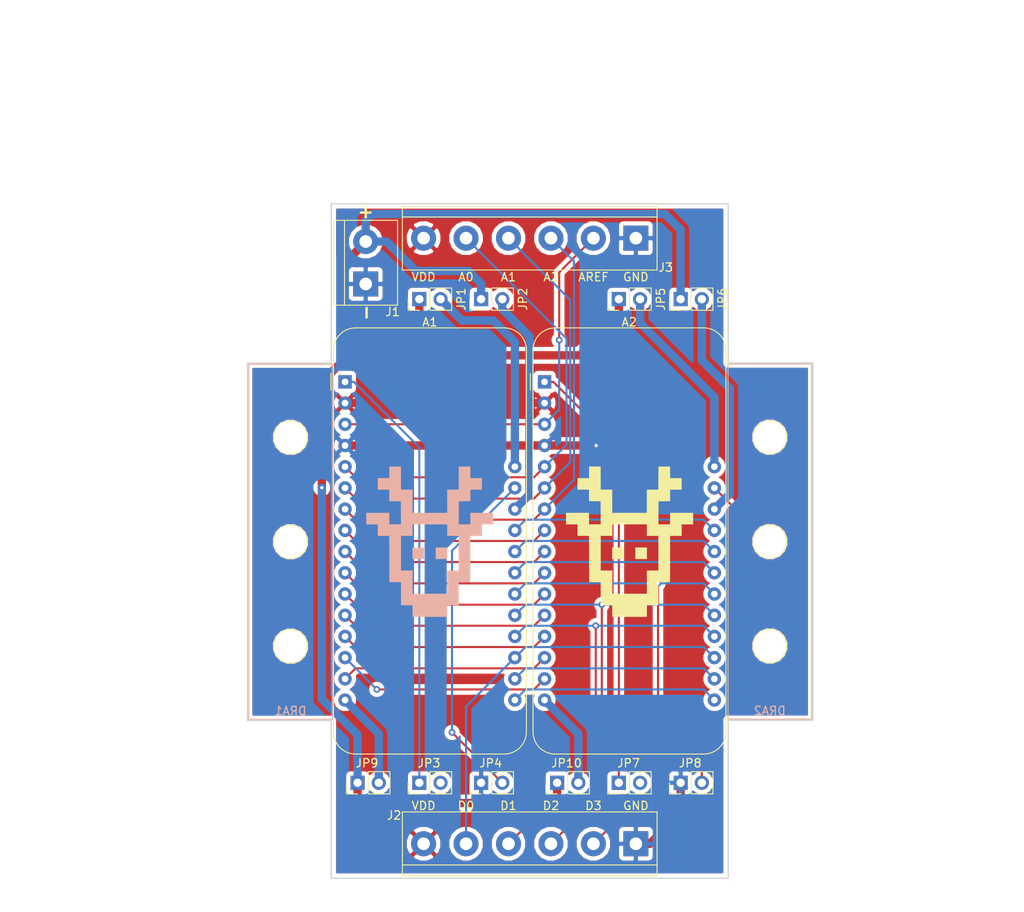
<source format=kicad_pcb>
(kicad_pcb (version 20171130) (host pcbnew 5.0.2-bee76a0~70~ubuntu18.04.1)

  (general
    (thickness 1.6)
    (drawings 29)
    (tracks 174)
    (zones 0)
    (modules 19)
    (nets 36)
  )

  (page A4)
  (layers
    (0 F.Cu signal)
    (31 B.Cu signal)
    (32 B.Adhes user)
    (33 F.Adhes user)
    (34 B.Paste user)
    (35 F.Paste user)
    (36 B.SilkS user)
    (37 F.SilkS user)
    (38 B.Mask user)
    (39 F.Mask user)
    (40 Dwgs.User user)
    (41 Cmts.User user)
    (42 Eco1.User user)
    (43 Eco2.User user)
    (44 Edge.Cuts user)
    (45 Margin user)
    (46 B.CrtYd user)
    (47 F.CrtYd user)
    (48 B.Fab user)
    (49 F.Fab user hide)
  )

  (setup
    (last_trace_width 1)
    (user_trace_width 1)
    (trace_clearance 0.2)
    (zone_clearance 0.508)
    (zone_45_only no)
    (trace_min 0.2)
    (segment_width 0.2)
    (edge_width 0.15)
    (via_size 0.8)
    (via_drill 0.4)
    (via_min_size 0.4)
    (via_min_drill 0.3)
    (uvia_size 0.3)
    (uvia_drill 0.1)
    (uvias_allowed no)
    (uvia_min_size 0.2)
    (uvia_min_drill 0.1)
    (pcb_text_width 0.3)
    (pcb_text_size 1.5 1.5)
    (mod_edge_width 0.15)
    (mod_text_size 1 1)
    (mod_text_width 0.15)
    (pad_size 3 3)
    (pad_drill 1.52)
    (pad_to_mask_clearance 0.051)
    (solder_mask_min_width 0.25)
    (aux_axis_origin 0 0)
    (visible_elements FFFFFF7F)
    (pcbplotparams
      (layerselection 0x010fc_ffffffff)
      (usegerberextensions false)
      (usegerberattributes false)
      (usegerberadvancedattributes false)
      (creategerberjobfile false)
      (excludeedgelayer true)
      (linewidth 0.100000)
      (plotframeref false)
      (viasonmask false)
      (mode 1)
      (useauxorigin false)
      (hpglpennumber 1)
      (hpglpenspeed 20)
      (hpglpendiameter 15.000000)
      (psnegative false)
      (psa4output false)
      (plotreference true)
      (plotvalue false)
      (plotinvisibletext false)
      (padsonsilk false)
      (subtractmaskfromsilk false)
      (outputformat 1)
      (mirror false)
      (drillshape 0)
      (scaleselection 1)
      (outputdirectory "gerber/"))
  )

  (net 0 "")
  (net 1 GNDD)
  (net 2 VDD)
  (net 3 +BATT)
  (net 4 /V_USB)
  (net 5 /SERIAL_TX)
  (net 6 /SERIAL_RX)
  (net 7 /SPI_MISO)
  (net 8 /SPI_MOSI)
  (net 9 /SPI_SCK)
  (net 10 "Net-(A1-Pad1)")
  (net 11 "Net-(A1-Pad28)")
  (net 12 "Net-(A1-Pad27)")
  (net 13 "Net-(A1-Pad26)")
  (net 14 /I2C_SCL)
  (net 15 /I2C_SDA)
  (net 16 "Net-(A2-Pad26)")
  (net 17 "Net-(A2-Pad27)")
  (net 18 "Net-(A2-Pad28)")
  (net 19 "Net-(A2-Pad1)")
  (net 20 "Net-(A1-Pad16)")
  (net 21 /A5)
  (net 22 /A4)
  (net 23 /A3)
  (net 24 /A2)
  (net 25 /A1)
  (net 26 /A0)
  (net 27 /D6)
  (net 28 /D5)
  (net 29 /D4)
  (net 30 /D3)
  (net 31 /D2)
  (net 32 /D1)
  (net 33 /D0)
  (net 34 "Net-(A2-Pad16)")
  (net 35 /AREF)

  (net_class Default "This is the default net class."
    (clearance 0.2)
    (trace_width 0.25)
    (via_dia 0.8)
    (via_drill 0.4)
    (uvia_dia 0.3)
    (uvia_drill 0.1)
    (add_net +BATT)
    (add_net /A0)
    (add_net /A1)
    (add_net /A2)
    (add_net /A3)
    (add_net /A4)
    (add_net /A5)
    (add_net /AREF)
    (add_net /D0)
    (add_net /D1)
    (add_net /D2)
    (add_net /D3)
    (add_net /D4)
    (add_net /D5)
    (add_net /D6)
    (add_net /I2C_SCL)
    (add_net /I2C_SDA)
    (add_net /SERIAL_RX)
    (add_net /SERIAL_TX)
    (add_net /SPI_MISO)
    (add_net /SPI_MOSI)
    (add_net /SPI_SCK)
    (add_net /V_USB)
    (add_net GNDD)
    (add_net "Net-(A1-Pad1)")
    (add_net "Net-(A1-Pad16)")
    (add_net "Net-(A1-Pad26)")
    (add_net "Net-(A1-Pad27)")
    (add_net "Net-(A1-Pad28)")
    (add_net "Net-(A2-Pad1)")
    (add_net "Net-(A2-Pad16)")
    (add_net "Net-(A2-Pad26)")
    (add_net "Net-(A2-Pad27)")
    (add_net "Net-(A2-Pad28)")
    (add_net VDD)
  )

  (module Connector_PinHeader_2.54mm:PinHeader_1x02_P2.54mm_Vertical (layer F.Cu) (tedit 59FED5CC) (tstamp 6138C723)
    (at 107.64 70.85 90)
    (descr "Through hole straight pin header, 1x02, 2.54mm pitch, single row")
    (tags "Through hole pin header THT 1x02 2.54mm single row")
    (path /6052732A)
    (fp_text reference JP1 (at 0 5.01 90) (layer F.SilkS)
      (effects (font (size 1 1) (thickness 0.15)))
    )
    (fp_text value Jumper_2_Open (at 0 4.87 90) (layer F.Fab)
      (effects (font (size 1 1) (thickness 0.15)))
    )
    (fp_line (start -0.635 -1.27) (end 1.27 -1.27) (layer F.Fab) (width 0.1))
    (fp_line (start 1.27 -1.27) (end 1.27 3.81) (layer F.Fab) (width 0.1))
    (fp_line (start 1.27 3.81) (end -1.27 3.81) (layer F.Fab) (width 0.1))
    (fp_line (start -1.27 3.81) (end -1.27 -0.635) (layer F.Fab) (width 0.1))
    (fp_line (start -1.27 -0.635) (end -0.635 -1.27) (layer F.Fab) (width 0.1))
    (fp_line (start -1.33 3.87) (end 1.33 3.87) (layer F.SilkS) (width 0.12))
    (fp_line (start -1.33 1.27) (end -1.33 3.87) (layer F.SilkS) (width 0.12))
    (fp_line (start 1.33 1.27) (end 1.33 3.87) (layer F.SilkS) (width 0.12))
    (fp_line (start -1.33 1.27) (end 1.33 1.27) (layer F.SilkS) (width 0.12))
    (fp_line (start -1.33 0) (end -1.33 -1.33) (layer F.SilkS) (width 0.12))
    (fp_line (start -1.33 -1.33) (end 0 -1.33) (layer F.SilkS) (width 0.12))
    (fp_line (start -1.8 -1.8) (end -1.8 4.35) (layer F.CrtYd) (width 0.05))
    (fp_line (start -1.8 4.35) (end 1.8 4.35) (layer F.CrtYd) (width 0.05))
    (fp_line (start 1.8 4.35) (end 1.8 -1.8) (layer F.CrtYd) (width 0.05))
    (fp_line (start 1.8 -1.8) (end -1.8 -1.8) (layer F.CrtYd) (width 0.05))
    (fp_text user %R (at 0 1.27 180) (layer F.Fab)
      (effects (font (size 1 1) (thickness 0.15)))
    )
    (pad 1 thru_hole rect (at 0 0 90) (size 1.7 1.7) (drill 1) (layers *.Cu *.Mask)
      (net 3 +BATT))
    (pad 2 thru_hole oval (at 0 2.54 90) (size 1.7 1.7) (drill 1) (layers *.Cu *.Mask)
      (net 11 "Net-(A1-Pad28)"))
    (model ${KISYS3DMOD}/Connector_PinHeader_2.54mm.3dshapes/PinHeader_1x02_P2.54mm_Vertical.wrl
      (at (xyz 0 0 0))
      (scale (xyz 1 1 1))
      (rotate (xyz 0 0 0))
    )
  )

  (module TerminalBlock:TerminalBlock_bornier-6_P5.08mm (layer F.Cu) (tedit 6138AE65) (tstamp 61388081)
    (at 108.15 136.05)
    (descr "simple 6pin terminal block, pitch 5.08mm, revamped version of bornier6")
    (tags "terminal block bornier6")
    (path /6137AE57)
    (fp_text reference J2 (at -3.525 -3.4) (layer F.SilkS)
      (effects (font (size 1 1) (thickness 0.15)))
    )
    (fp_text value Conn_01x06 (at 12.7 4.75) (layer F.Fab)
      (effects (font (size 1 1) (thickness 0.15)))
    )
    (fp_text user %R (at 12.7 0) (layer F.Fab)
      (effects (font (size 1 1) (thickness 0.15)))
    )
    (fp_line (start -2.5 2.55) (end 27.9 2.55) (layer F.Fab) (width 0.1))
    (fp_line (start -2.5 -3.75) (end -2.5 3.75) (layer F.Fab) (width 0.1))
    (fp_line (start -2.5 3.75) (end 27.9 3.75) (layer F.Fab) (width 0.1))
    (fp_line (start 27.9 3.75) (end 27.9 -3.75) (layer F.Fab) (width 0.1))
    (fp_line (start 27.9 -3.75) (end -2.5 -3.75) (layer F.Fab) (width 0.1))
    (fp_line (start -2.54 -3.81) (end -2.54 3.81) (layer F.SilkS) (width 0.12))
    (fp_line (start 27.94 3.81) (end 27.94 -3.81) (layer F.SilkS) (width 0.12))
    (fp_line (start -2.54 2.54) (end 27.94 2.54) (layer F.SilkS) (width 0.12))
    (fp_line (start -2.54 -3.81) (end 27.94 -3.81) (layer F.SilkS) (width 0.12))
    (fp_line (start -2.54 3.81) (end 27.94 3.81) (layer F.SilkS) (width 0.12))
    (fp_line (start -2.75 -4) (end 28.15 -4) (layer F.CrtYd) (width 0.05))
    (fp_line (start -2.75 -4) (end -2.75 4) (layer F.CrtYd) (width 0.05))
    (fp_line (start 28.15 4) (end 28.15 -4) (layer F.CrtYd) (width 0.05))
    (fp_line (start 28.15 4) (end -2.75 4) (layer F.CrtYd) (width 0.05))
    (pad 2 thru_hole circle (at 5.08 0) (size 3 3) (drill 1.52) (layers *.Cu *.Mask)
      (net 33 /D0))
    (pad 3 thru_hole circle (at 10.16 0) (size 3 3) (drill 1.52) (layers *.Cu *.Mask)
      (net 32 /D1))
    (pad 1 thru_hole circle (at 0 0) (size 3 3) (drill 1.52) (layers *.Cu *.Mask)
      (net 2 VDD))
    (pad 4 thru_hole circle (at 15.24 0) (size 3 3) (drill 1.52) (layers *.Cu *.Mask)
      (net 31 /D2))
    (pad 5 thru_hole circle (at 20.32 0) (size 3 3) (drill 1.52) (layers *.Cu *.Mask)
      (net 30 /D3))
    (pad 6 thru_hole rect (at 25.4 0) (size 3 3) (drill 1.52) (layers *.Cu *.Mask)
      (net 1 GNDD))
    (model ${KISYS3DMOD}/TerminalBlock.3dshapes/TerminalBlock_bornier-6_P5.08mm.wrl
      (offset (xyz 12.69999980926514 0 0))
      (scale (xyz 1 1 1))
      (rotate (xyz 0 0 0))
    )
  )

  (module MountingEquipment:DINRailAdapter_3xM3_PhoenixContact_1201578 (layer F.Cu) (tedit 61389A1B) (tstamp 6061550E)
    (at 149.575 99.875 90)
    (descr https://www.phoenixcontact.com/online/portal/us?uri=pxc-oc-itemdetail:pid=1201578&library=usen&tab=1)
    (tags "DIN rail adapter universal three M3 clearance holes")
    (path /60499CA5)
    (fp_text reference DRA2 (at -20.25 0 180) (layer B.SilkS)
      (effects (font (size 1 1) (thickness 0.15)) (justify mirror))
    )
    (fp_text value DIN_Rail_Adapter (at 0 -6 90) (layer F.Fab)
      (effects (font (size 1 1) (thickness 0.15)))
    )
    (fp_line (start -21.25 5) (end -21.25 -5) (layer B.CrtYd) (width 0.05))
    (fp_line (start 21.25 5) (end -21.25 5) (layer B.CrtYd) (width 0.05))
    (fp_line (start 21.25 -5) (end 21.25 5) (layer B.CrtYd) (width 0.05))
    (fp_line (start -21.25 -5) (end 21.25 -5) (layer B.CrtYd) (width 0.05))
    (fp_circle (center -12.5 0) (end -10.7 0) (layer F.Fab) (width 0.1))
    (fp_circle (center 0 0) (end 1.8 0) (layer F.Fab) (width 0.1))
    (fp_circle (center 12.5 0) (end 14.3 0) (layer F.Fab) (width 0.1))
    (fp_text user %R (at 0 4.25 90) (layer F.Fab)
      (effects (font (size 1 1) (thickness 0.15)))
    )
    (fp_line (start 21.25 -5) (end -21.25 -5) (layer B.SilkS) (width 0.12))
    (fp_line (start -21.25 -5) (end -21.25 5) (layer B.SilkS) (width 0.12))
    (fp_line (start -21.25 5) (end 21.25 5) (layer B.SilkS) (width 0.12))
    (fp_line (start 21.25 5) (end 21.25 -5) (layer B.SilkS) (width 0.12))
    (fp_circle (center 0 0) (end 2 0) (layer F.SilkS) (width 0.12))
    (fp_circle (center 12.5 0) (end 14.5 0) (layer F.SilkS) (width 0.12))
    (fp_circle (center -12.5 0) (end -10.5 0) (layer F.SilkS) (width 0.12))
    (fp_circle (center -12.5 0) (end -9.05 0) (layer F.CrtYd) (width 0.05))
    (fp_circle (center 0 0) (end 3.45 0) (layer F.CrtYd) (width 0.05))
    (fp_circle (center 12.5 0) (end 15.95 0) (layer F.CrtYd) (width 0.05))
    (pad "" np_thru_hole circle (at -12.5 0 90) (size 3.2 3.2) (drill 3.2) (layers *.Cu *.Mask))
    (pad "" np_thru_hole circle (at 12.5 0 90) (size 3.2 3.2) (drill 3.2) (layers *.Cu *.Mask))
    (pad "" np_thru_hole circle (at 0 0 90) (size 3.2 3.2) (drill 3.2) (layers *.Cu *.Mask))
    (model ${KISYS3DMOD}/MountingEquipment.3dshapes/DINRailAdapter_3xM3_PhoenixContact_1201578.wrl
      (at (xyz 0 0 0))
      (scale (xyz 1 1 1))
      (rotate (xyz 0 0 0))
    )
  )

  (module Connector_PinHeader_2.54mm:PinHeader_1x02_P2.54mm_Vertical (layer F.Cu) (tedit 59FED5CC) (tstamp 60613E57)
    (at 138.905 128.75 90)
    (descr "Through hole straight pin header, 1x02, 2.54mm pitch, single row")
    (tags "Through hole pin header THT 1x02 2.54mm single row")
    (path /6052794C)
    (fp_text reference JP8 (at 2.35 1.145 180) (layer F.SilkS)
      (effects (font (size 1 1) (thickness 0.15)))
    )
    (fp_text value Jumper_2_Open (at 0 4.87 90) (layer F.Fab)
      (effects (font (size 1 1) (thickness 0.15)))
    )
    (fp_line (start -0.635 -1.27) (end 1.27 -1.27) (layer F.Fab) (width 0.1))
    (fp_line (start 1.27 -1.27) (end 1.27 3.81) (layer F.Fab) (width 0.1))
    (fp_line (start 1.27 3.81) (end -1.27 3.81) (layer F.Fab) (width 0.1))
    (fp_line (start -1.27 3.81) (end -1.27 -0.635) (layer F.Fab) (width 0.1))
    (fp_line (start -1.27 -0.635) (end -0.635 -1.27) (layer F.Fab) (width 0.1))
    (fp_line (start -1.33 3.87) (end 1.33 3.87) (layer F.SilkS) (width 0.12))
    (fp_line (start -1.33 1.27) (end -1.33 3.87) (layer F.SilkS) (width 0.12))
    (fp_line (start 1.33 1.27) (end 1.33 3.87) (layer F.SilkS) (width 0.12))
    (fp_line (start -1.33 1.27) (end 1.33 1.27) (layer F.SilkS) (width 0.12))
    (fp_line (start -1.33 0) (end -1.33 -1.33) (layer F.SilkS) (width 0.12))
    (fp_line (start -1.33 -1.33) (end 0 -1.33) (layer F.SilkS) (width 0.12))
    (fp_line (start -1.8 -1.8) (end -1.8 4.35) (layer F.CrtYd) (width 0.05))
    (fp_line (start -1.8 4.35) (end 1.8 4.35) (layer F.CrtYd) (width 0.05))
    (fp_line (start 1.8 4.35) (end 1.8 -1.8) (layer F.CrtYd) (width 0.05))
    (fp_line (start 1.8 -1.8) (end -1.8 -1.8) (layer F.CrtYd) (width 0.05))
    (fp_text user %R (at 0 1.27 180) (layer F.Fab)
      (effects (font (size 1 1) (thickness 0.15)))
    )
    (pad 1 thru_hole rect (at 0 0 90) (size 1.7 1.7) (drill 1) (layers *.Cu *.Mask)
      (net 1 GNDD))
    (pad 2 thru_hole oval (at 0 2.54 90) (size 1.7 1.7) (drill 1) (layers *.Cu *.Mask)
      (net 17 "Net-(A2-Pad27)"))
    (model ${KISYS3DMOD}/Connector_PinHeader_2.54mm.3dshapes/PinHeader_1x02_P2.54mm_Vertical.wrl
      (at (xyz 0 0 0))
      (scale (xyz 1 1 1))
      (rotate (xyz 0 0 0))
    )
  )

  (module Module:Adafruit_Feather (layer F.Cu) (tedit 613875BD) (tstamp 606149D6)
    (at 98.75 80.75)
    (descr "Common footprint for the Adafruit Feather series of boards, https://learn.adafruit.com/adafruit-feather/feather-specification")
    (tags "Adafruit Feather")
    (path /60498D24)
    (fp_text reference A1 (at 10.15 -7.15) (layer F.SilkS)
      (effects (font (size 1 1) (thickness 0.15)))
    )
    (fp_text value ActiniusIcarus (at 10.16 45.72 180) (layer F.Fab)
      (effects (font (size 1 1) (thickness 0.15)))
    )
    (fp_line (start 19.05 -6.6) (end 1.27 -6.6) (layer F.CrtYd) (width 0.05))
    (fp_line (start 21.59 41.91) (end 21.59 -3.81) (layer F.Fab) (width 0.1))
    (fp_line (start 1.27 44.45) (end 19.05 44.45) (layer F.Fab) (width 0.1))
    (fp_line (start -1.27 -3.81) (end -1.27 41.91) (layer F.Fab) (width 0.1))
    (fp_line (start 19.05 -6.35) (end 1.27 -6.35) (layer F.Fab) (width 0.1))
    (fp_line (start -1.38 -3.81) (end -1.38 41.91) (layer F.SilkS) (width 0.12))
    (fp_line (start 21.7 -3.81) (end 21.7 41.91) (layer F.SilkS) (width 0.12))
    (fp_line (start 19.05 44.56) (end 1.27 44.56) (layer F.SilkS) (width 0.12))
    (fp_line (start 19.05 -6.46) (end 1.27 -6.46) (layer F.SilkS) (width 0.12))
    (fp_line (start -1.52 41.91) (end -1.52 -3.81) (layer F.CrtYd) (width 0.05))
    (fp_line (start 19.05 44.7) (end 1.27 44.7) (layer F.CrtYd) (width 0.05))
    (fp_line (start 21.84 41.91) (end 21.84 -3.81) (layer F.CrtYd) (width 0.05))
    (fp_line (start -1.7 1) (end -1.7 -1) (layer F.SilkS) (width 0.12))
    (fp_line (start -1.27 -0.889) (end -0.381 0) (layer F.Fab) (width 0.1))
    (fp_line (start -0.381 0) (end -1.27 0.889) (layer F.Fab) (width 0.1))
    (fp_arc (start 19.05 -3.81) (end 21.84 -3.81) (angle -90) (layer F.CrtYd) (width 0.05))
    (fp_arc (start 1.27 -3.81) (end 1.27 -6.6) (angle -90) (layer F.CrtYd) (width 0.05))
    (fp_arc (start 19.05 41.91) (end 21.59 41.91) (angle 90) (layer F.Fab) (width 0.1))
    (fp_arc (start 1.27 41.91) (end -1.27 41.91) (angle -88.9) (layer F.Fab) (width 0.1))
    (fp_arc (start 1.27 -3.81) (end -1.27 -3.81) (angle 90) (layer F.Fab) (width 0.1))
    (fp_arc (start 19.05 -3.81) (end 19.05 -6.35) (angle 90) (layer F.Fab) (width 0.1))
    (fp_arc (start 1.27 41.91) (end -1.38 41.91) (angle -90) (layer F.SilkS) (width 0.12))
    (fp_arc (start 19.05 41.91) (end 19.05 44.56) (angle -90) (layer F.SilkS) (width 0.12))
    (fp_arc (start 1.27 -3.81) (end 1.27 -6.46) (angle -90) (layer F.SilkS) (width 0.12))
    (fp_arc (start 19.05 -3.81) (end 21.7 -3.81) (angle -90) (layer F.SilkS) (width 0.12))
    (fp_arc (start 1.27 41.91) (end -1.52 41.91) (angle -90) (layer F.CrtYd) (width 0.05))
    (fp_arc (start 19.05 41.91) (end 19.05 44.7) (angle -90) (layer F.CrtYd) (width 0.05))
    (fp_text user %R (at 10.16 19.05 180) (layer F.Fab)
      (effects (font (size 1 1) (thickness 0.15)))
    )
    (pad 16 thru_hole circle (at 0 38.1 180) (size 1.6 1.6) (drill 0.8) (layers *.Cu *.Mask)
      (net 20 "Net-(A1-Pad16)"))
    (pad 15 thru_hole circle (at 0 35.56 180) (size 1.6 1.6) (drill 0.8) (layers *.Cu *.Mask)
      (net 5 /SERIAL_TX))
    (pad 14 thru_hole circle (at 0 33.02 180) (size 1.6 1.6) (drill 0.8) (layers *.Cu *.Mask)
      (net 6 /SERIAL_RX))
    (pad 13 thru_hole circle (at 0 30.48 180) (size 1.6 1.6) (drill 0.8) (layers *.Cu *.Mask)
      (net 8 /SPI_MOSI))
    (pad 12 thru_hole circle (at 0 27.94 180) (size 1.6 1.6) (drill 0.8) (layers *.Cu *.Mask)
      (net 7 /SPI_MISO))
    (pad 11 thru_hole circle (at 0 25.4 180) (size 1.6 1.6) (drill 0.8) (layers *.Cu *.Mask)
      (net 9 /SPI_SCK))
    (pad 10 thru_hole circle (at 0 22.86 180) (size 1.6 1.6) (drill 0.8) (layers *.Cu *.Mask)
      (net 21 /A5))
    (pad 9 thru_hole circle (at 0 20.32 180) (size 1.6 1.6) (drill 0.8) (layers *.Cu *.Mask)
      (net 22 /A4))
    (pad 8 thru_hole circle (at 0 17.78 180) (size 1.6 1.6) (drill 0.8) (layers *.Cu *.Mask)
      (net 23 /A3))
    (pad 7 thru_hole circle (at 0 15.24 180) (size 1.6 1.6) (drill 0.8) (layers *.Cu *.Mask)
      (net 24 /A2))
    (pad 6 thru_hole circle (at 0 12.7 180) (size 1.6 1.6) (drill 0.8) (layers *.Cu *.Mask)
      (net 25 /A1))
    (pad 5 thru_hole circle (at 0 10.16 180) (size 1.6 1.6) (drill 0.8) (layers *.Cu *.Mask)
      (net 26 /A0))
    (pad 4 thru_hole circle (at 0 7.62 180) (size 1.6 1.6) (drill 0.8) (layers *.Cu *.Mask)
      (net 1 GNDD))
    (pad 3 thru_hole circle (at 0 5.08 180) (size 1.6 1.6) (drill 0.8) (layers *.Cu *.Mask)
      (net 35 /AREF))
    (pad 2 thru_hole circle (at 0 2.54 180) (size 1.6 1.6) (drill 0.8) (layers *.Cu *.Mask)
      (net 2 VDD))
    (pad 1 thru_hole rect (at 0 0 180) (size 1.6 1.6) (drill 0.8) (layers *.Cu *.Mask)
      (net 10 "Net-(A1-Pad1)"))
    (pad 28 thru_hole circle (at 20.32 10.16 180) (size 1.6 1.6) (drill 0.8) (layers *.Cu *.Mask)
      (net 11 "Net-(A1-Pad28)"))
    (pad 27 thru_hole circle (at 20.32 12.7 180) (size 1.6 1.6) (drill 0.8) (layers *.Cu *.Mask)
      (net 12 "Net-(A1-Pad27)"))
    (pad 26 thru_hole circle (at 20.32 15.24 180) (size 1.6 1.6) (drill 0.8) (layers *.Cu *.Mask)
      (net 13 "Net-(A1-Pad26)"))
    (pad 25 thru_hole circle (at 20.32 17.78 180) (size 1.6 1.6) (drill 0.8) (layers *.Cu *.Mask)
      (net 27 /D6))
    (pad 24 thru_hole circle (at 20.32 20.32 180) (size 1.6 1.6) (drill 0.8) (layers *.Cu *.Mask)
      (net 28 /D5))
    (pad 23 thru_hole circle (at 20.32 22.86 180) (size 1.6 1.6) (drill 0.8) (layers *.Cu *.Mask)
      (net 29 /D4))
    (pad 22 thru_hole circle (at 20.32 25.4 180) (size 1.6 1.6) (drill 0.8) (layers *.Cu *.Mask)
      (net 30 /D3))
    (pad 21 thru_hole circle (at 20.32 27.94 180) (size 1.6 1.6) (drill 0.8) (layers *.Cu *.Mask)
      (net 31 /D2))
    (pad 20 thru_hole circle (at 20.32 30.48 180) (size 1.6 1.6) (drill 0.8) (layers *.Cu *.Mask)
      (net 32 /D1))
    (pad 19 thru_hole circle (at 20.32 33.02 180) (size 1.6 1.6) (drill 0.8) (layers *.Cu *.Mask)
      (net 33 /D0))
    (pad 18 thru_hole circle (at 20.32 35.56 180) (size 1.6 1.6) (drill 0.8) (layers *.Cu *.Mask)
      (net 14 /I2C_SCL))
    (pad 17 thru_hole circle (at 20.32 38.1 180) (size 1.6 1.6) (drill 0.8) (layers *.Cu *.Mask)
      (net 15 /I2C_SDA))
    (model ${KISYS3DMOD}/Module.3dshapes/Adafruit_Feather.wrl
      (at (xyz 0 0 0))
      (scale (xyz 1 1 1))
      (rotate (xyz 0 0 0))
    )
  )

  (module Module:Adafruit_Feather (layer F.Cu) (tedit 61387611) (tstamp 60615EA4)
    (at 122.625 80.75)
    (descr "Common footprint for the Adafruit Feather series of boards, https://learn.adafruit.com/adafruit-feather/feather-specification")
    (tags "Adafruit Feather")
    (path /60498DD0)
    (fp_text reference A2 (at 10.125 -7.15) (layer F.SilkS)
      (effects (font (size 1 1) (thickness 0.15)))
    )
    (fp_text value ParticleXenon (at 10.16 45.72 180) (layer F.Fab)
      (effects (font (size 1 1) (thickness 0.15)))
    )
    (fp_text user %R (at 10.16 19.05 180) (layer F.Fab)
      (effects (font (size 1 1) (thickness 0.15)))
    )
    (fp_arc (start 19.05 41.91) (end 19.05 44.7) (angle -90) (layer F.CrtYd) (width 0.05))
    (fp_arc (start 1.27 41.91) (end -1.52 41.91) (angle -90) (layer F.CrtYd) (width 0.05))
    (fp_arc (start 19.05 -3.81) (end 21.7 -3.81) (angle -90) (layer F.SilkS) (width 0.12))
    (fp_arc (start 1.27 -3.81) (end 1.27 -6.46) (angle -90) (layer F.SilkS) (width 0.12))
    (fp_arc (start 19.05 41.91) (end 19.05 44.56) (angle -90) (layer F.SilkS) (width 0.12))
    (fp_arc (start 1.27 41.91) (end -1.38 41.91) (angle -90) (layer F.SilkS) (width 0.12))
    (fp_arc (start 19.05 -3.81) (end 19.05 -6.35) (angle 90) (layer F.Fab) (width 0.1))
    (fp_arc (start 1.27 -3.81) (end -1.27 -3.81) (angle 90) (layer F.Fab) (width 0.1))
    (fp_arc (start 1.27 41.91) (end -1.27 41.91) (angle -88.9) (layer F.Fab) (width 0.1))
    (fp_arc (start 19.05 41.91) (end 21.59 41.91) (angle 90) (layer F.Fab) (width 0.1))
    (fp_arc (start 1.27 -3.81) (end 1.27 -6.6) (angle -90) (layer F.CrtYd) (width 0.05))
    (fp_arc (start 19.05 -3.81) (end 21.84 -3.81) (angle -90) (layer F.CrtYd) (width 0.05))
    (fp_line (start -0.381 0) (end -1.27 0.889) (layer F.Fab) (width 0.1))
    (fp_line (start -1.27 -0.889) (end -0.381 0) (layer F.Fab) (width 0.1))
    (fp_line (start -1.7 1) (end -1.7 -1) (layer F.SilkS) (width 0.12))
    (fp_line (start 21.84 41.91) (end 21.84 -3.81) (layer F.CrtYd) (width 0.05))
    (fp_line (start 19.05 44.7) (end 1.27 44.7) (layer F.CrtYd) (width 0.05))
    (fp_line (start -1.52 41.91) (end -1.52 -3.81) (layer F.CrtYd) (width 0.05))
    (fp_line (start 19.05 -6.46) (end 1.27 -6.46) (layer F.SilkS) (width 0.12))
    (fp_line (start 19.05 44.56) (end 1.27 44.56) (layer F.SilkS) (width 0.12))
    (fp_line (start 21.7 -3.81) (end 21.7 41.91) (layer F.SilkS) (width 0.12))
    (fp_line (start -1.38 -3.81) (end -1.38 41.91) (layer F.SilkS) (width 0.12))
    (fp_line (start 19.05 -6.35) (end 1.27 -6.35) (layer F.Fab) (width 0.1))
    (fp_line (start -1.27 -3.81) (end -1.27 41.91) (layer F.Fab) (width 0.1))
    (fp_line (start 1.27 44.45) (end 19.05 44.45) (layer F.Fab) (width 0.1))
    (fp_line (start 21.59 41.91) (end 21.59 -3.81) (layer F.Fab) (width 0.1))
    (fp_line (start 19.05 -6.6) (end 1.27 -6.6) (layer F.CrtYd) (width 0.05))
    (pad 17 thru_hole circle (at 20.32 38.1 180) (size 1.6 1.6) (drill 0.8) (layers *.Cu *.Mask)
      (net 15 /I2C_SDA))
    (pad 18 thru_hole circle (at 20.32 35.56 180) (size 1.6 1.6) (drill 0.8) (layers *.Cu *.Mask)
      (net 14 /I2C_SCL))
    (pad 19 thru_hole circle (at 20.32 33.02 180) (size 1.6 1.6) (drill 0.8) (layers *.Cu *.Mask)
      (net 33 /D0))
    (pad 20 thru_hole circle (at 20.32 30.48 180) (size 1.6 1.6) (drill 0.8) (layers *.Cu *.Mask)
      (net 32 /D1))
    (pad 21 thru_hole circle (at 20.32 27.94 180) (size 1.6 1.6) (drill 0.8) (layers *.Cu *.Mask)
      (net 31 /D2))
    (pad 22 thru_hole circle (at 20.32 25.4 180) (size 1.6 1.6) (drill 0.8) (layers *.Cu *.Mask)
      (net 30 /D3))
    (pad 23 thru_hole circle (at 20.32 22.86 180) (size 1.6 1.6) (drill 0.8) (layers *.Cu *.Mask)
      (net 29 /D4))
    (pad 24 thru_hole circle (at 20.32 20.32 180) (size 1.6 1.6) (drill 0.8) (layers *.Cu *.Mask)
      (net 28 /D5))
    (pad 25 thru_hole circle (at 20.32 17.78 180) (size 1.6 1.6) (drill 0.8) (layers *.Cu *.Mask)
      (net 27 /D6))
    (pad 26 thru_hole circle (at 20.32 15.24 180) (size 1.6 1.6) (drill 0.8) (layers *.Cu *.Mask)
      (net 16 "Net-(A2-Pad26)"))
    (pad 27 thru_hole circle (at 20.32 12.7 180) (size 1.6 1.6) (drill 0.8) (layers *.Cu *.Mask)
      (net 17 "Net-(A2-Pad27)"))
    (pad 28 thru_hole circle (at 20.32 10.16 180) (size 1.6 1.6) (drill 0.8) (layers *.Cu *.Mask)
      (net 18 "Net-(A2-Pad28)"))
    (pad 1 thru_hole rect (at 0 0 180) (size 1.6 1.6) (drill 0.8) (layers *.Cu *.Mask)
      (net 19 "Net-(A2-Pad1)"))
    (pad 2 thru_hole circle (at 0 2.54 180) (size 1.6 1.6) (drill 0.8) (layers *.Cu *.Mask)
      (net 2 VDD))
    (pad 3 thru_hole circle (at 0 5.08 180) (size 1.6 1.6) (drill 0.8) (layers *.Cu *.Mask)
      (net 35 /AREF))
    (pad 4 thru_hole circle (at 0 7.62 180) (size 1.6 1.6) (drill 0.8) (layers *.Cu *.Mask)
      (net 1 GNDD))
    (pad 5 thru_hole circle (at 0 10.16 180) (size 1.6 1.6) (drill 0.8) (layers *.Cu *.Mask)
      (net 26 /A0))
    (pad 6 thru_hole circle (at 0 12.7 180) (size 1.6 1.6) (drill 0.8) (layers *.Cu *.Mask)
      (net 25 /A1))
    (pad 7 thru_hole circle (at 0 15.24 180) (size 1.6 1.6) (drill 0.8) (layers *.Cu *.Mask)
      (net 24 /A2))
    (pad 8 thru_hole circle (at 0 17.78 180) (size 1.6 1.6) (drill 0.8) (layers *.Cu *.Mask)
      (net 23 /A3))
    (pad 9 thru_hole circle (at 0 20.32 180) (size 1.6 1.6) (drill 0.8) (layers *.Cu *.Mask)
      (net 22 /A4))
    (pad 10 thru_hole circle (at 0 22.86 180) (size 1.6 1.6) (drill 0.8) (layers *.Cu *.Mask)
      (net 21 /A5))
    (pad 11 thru_hole circle (at 0 25.4 180) (size 1.6 1.6) (drill 0.8) (layers *.Cu *.Mask)
      (net 9 /SPI_SCK))
    (pad 12 thru_hole circle (at 0 27.94 180) (size 1.6 1.6) (drill 0.8) (layers *.Cu *.Mask)
      (net 7 /SPI_MISO))
    (pad 13 thru_hole circle (at 0 30.48 180) (size 1.6 1.6) (drill 0.8) (layers *.Cu *.Mask)
      (net 8 /SPI_MOSI))
    (pad 14 thru_hole circle (at 0 33.02 180) (size 1.6 1.6) (drill 0.8) (layers *.Cu *.Mask)
      (net 5 /SERIAL_TX))
    (pad 15 thru_hole circle (at 0 35.56 180) (size 1.6 1.6) (drill 0.8) (layers *.Cu *.Mask)
      (net 6 /SERIAL_RX))
    (pad 16 thru_hole circle (at 0 38.1 180) (size 1.6 1.6) (drill 0.8) (layers *.Cu *.Mask)
      (net 34 "Net-(A2-Pad16)"))
    (model ${KISYS3DMOD}/Module.3dshapes/Adafruit_Feather.wrl
      (at (xyz 0 0 0))
      (scale (xyz 1 1 1))
      (rotate (xyz 0 0 0))
    )
  )

  (module MountingEquipment:DINRailAdapter_3xM3_PhoenixContact_1201578 (layer F.Cu) (tedit 5BCE00B3) (tstamp 61465EA4)
    (at 92.225 99.9 90)
    (descr https://www.phoenixcontact.com/online/portal/us?uri=pxc-oc-itemdetail:pid=1201578&library=usen&tab=1)
    (tags "DIN rail adapter universal three M3 clearance holes")
    (path /60499B76)
    (fp_text reference DRA1 (at -20.25 0 180) (layer B.SilkS)
      (effects (font (size 1 1) (thickness 0.15)) (justify mirror))
    )
    (fp_text value DIN_Rail_Adapter (at 0 -6 90) (layer F.Fab)
      (effects (font (size 1 1) (thickness 0.15)))
    )
    (fp_circle (center 12.5 0) (end 15.95 0) (layer F.CrtYd) (width 0.05))
    (fp_circle (center 0 0) (end 3.45 0) (layer F.CrtYd) (width 0.05))
    (fp_circle (center -12.5 0) (end -9.05 0) (layer F.CrtYd) (width 0.05))
    (fp_circle (center -12.5 0) (end -10.5 0) (layer F.SilkS) (width 0.12))
    (fp_circle (center 12.5 0) (end 14.5 0) (layer F.SilkS) (width 0.12))
    (fp_circle (center 0 0) (end 2 0) (layer F.SilkS) (width 0.12))
    (fp_line (start 21.25 5) (end 21.25 -5) (layer B.SilkS) (width 0.12))
    (fp_line (start -21.25 5) (end 21.25 5) (layer B.SilkS) (width 0.12))
    (fp_line (start -21.25 -5) (end -21.25 5) (layer B.SilkS) (width 0.12))
    (fp_line (start 21.25 -5) (end -21.25 -5) (layer B.SilkS) (width 0.12))
    (fp_text user %R (at 0 4.25 90) (layer F.Fab)
      (effects (font (size 1 1) (thickness 0.15)))
    )
    (fp_circle (center 12.5 0) (end 14.3 0) (layer F.Fab) (width 0.1))
    (fp_circle (center 0 0) (end 1.8 0) (layer F.Fab) (width 0.1))
    (fp_circle (center -12.5 0) (end -10.7 0) (layer F.Fab) (width 0.1))
    (fp_line (start -21.25 -5) (end 21.25 -5) (layer B.CrtYd) (width 0.05))
    (fp_line (start 21.25 -5) (end 21.25 5) (layer B.CrtYd) (width 0.05))
    (fp_line (start 21.25 5) (end -21.25 5) (layer B.CrtYd) (width 0.05))
    (fp_line (start -21.25 5) (end -21.25 -5) (layer B.CrtYd) (width 0.05))
    (pad "" np_thru_hole circle (at 0 0 90) (size 3.2 3.2) (drill 3.2) (layers *.Cu *.Mask))
    (pad "" np_thru_hole circle (at 12.5 0 90) (size 3.2 3.2) (drill 3.2) (layers *.Cu *.Mask))
    (pad "" np_thru_hole circle (at -12.5 0 90) (size 3.2 3.2) (drill 3.2) (layers *.Cu *.Mask))
    (model ${KISYS3DMOD}/MountingEquipment.3dshapes/DINRailAdapter_3xM3_PhoenixContact_1201578.wrl
      (at (xyz 0 0 0))
      (scale (xyz 1 1 1))
      (rotate (xyz 0 0 0))
    )
  )

  (module TerminalBlock:TerminalBlock_bornier-2_P5.08mm (layer F.Cu) (tedit 6138AE79) (tstamp 606573E1)
    (at 101.225 63.95 270)
    (descr "simple 2-pin terminal block, pitch 5.08mm, revamped version of bornier2")
    (tags "terminal block bornier2")
    (path /6049A040)
    (fp_text reference J1 (at 8.425 -3.225) (layer F.SilkS)
      (effects (font (size 1 1) (thickness 0.15)))
    )
    (fp_text value Solar (at 2.54 5.08 270) (layer F.Fab)
      (effects (font (size 1 1) (thickness 0.15)))
    )
    (fp_text user %R (at 2.54 0 270) (layer F.Fab)
      (effects (font (size 1 1) (thickness 0.15)))
    )
    (fp_line (start -2.41 2.55) (end 7.49 2.55) (layer F.Fab) (width 0.1))
    (fp_line (start -2.46 -3.75) (end -2.46 3.75) (layer F.Fab) (width 0.1))
    (fp_line (start -2.46 3.75) (end 7.54 3.75) (layer F.Fab) (width 0.1))
    (fp_line (start 7.54 3.75) (end 7.54 -3.75) (layer F.Fab) (width 0.1))
    (fp_line (start 7.54 -3.75) (end -2.46 -3.75) (layer F.Fab) (width 0.1))
    (fp_line (start 7.62 2.54) (end -2.54 2.54) (layer F.SilkS) (width 0.12))
    (fp_line (start 7.62 3.81) (end 7.62 -3.81) (layer F.SilkS) (width 0.12))
    (fp_line (start 7.62 -3.81) (end -2.54 -3.81) (layer F.SilkS) (width 0.12))
    (fp_line (start -2.54 -3.81) (end -2.54 3.81) (layer F.SilkS) (width 0.12))
    (fp_line (start -2.54 3.81) (end 7.62 3.81) (layer F.SilkS) (width 0.12))
    (fp_line (start -2.71 -4) (end 7.79 -4) (layer F.CrtYd) (width 0.05))
    (fp_line (start -2.71 -4) (end -2.71 4) (layer F.CrtYd) (width 0.05))
    (fp_line (start 7.79 4) (end 7.79 -4) (layer F.CrtYd) (width 0.05))
    (fp_line (start 7.79 4) (end -2.71 4) (layer F.CrtYd) (width 0.05))
    (pad 1 thru_hole circle (at 0 0 270) (size 3 3) (drill 1.52) (layers *.Cu *.Mask)
      (net 4 /V_USB))
    (pad 2 thru_hole rect (at 5.08 0 270) (size 3 3) (drill 1.52) (layers *.Cu *.Mask)
      (net 1 GNDD))
    (model ${KISYS3DMOD}/TerminalBlock.3dshapes/TerminalBlock_bornier-2_P5.08mm.wrl
      (offset (xyz 2.539999961853027 0 0))
      (scale (xyz 1 1 1))
      (rotate (xyz 0 0 0))
    )
  )

  (module Connector_PinHeader_2.54mm:PinHeader_1x02_P2.54mm_Vertical (layer F.Cu) (tedit 59FED5CC) (tstamp 6138C6B9)
    (at 115.03 70.85 90)
    (descr "Through hole straight pin header, 1x02, 2.54mm pitch, single row")
    (tags "Through hole pin header THT 1x02 2.54mm single row")
    (path /60527222)
    (fp_text reference JP2 (at 0 4.995 90) (layer F.SilkS)
      (effects (font (size 1 1) (thickness 0.15)))
    )
    (fp_text value Jumper_2_Open (at 0 4.87 90) (layer F.Fab)
      (effects (font (size 1 1) (thickness 0.15)))
    )
    (fp_text user %R (at 0 1.27 180) (layer F.Fab)
      (effects (font (size 1 1) (thickness 0.15)))
    )
    (fp_line (start 1.8 -1.8) (end -1.8 -1.8) (layer F.CrtYd) (width 0.05))
    (fp_line (start 1.8 4.35) (end 1.8 -1.8) (layer F.CrtYd) (width 0.05))
    (fp_line (start -1.8 4.35) (end 1.8 4.35) (layer F.CrtYd) (width 0.05))
    (fp_line (start -1.8 -1.8) (end -1.8 4.35) (layer F.CrtYd) (width 0.05))
    (fp_line (start -1.33 -1.33) (end 0 -1.33) (layer F.SilkS) (width 0.12))
    (fp_line (start -1.33 0) (end -1.33 -1.33) (layer F.SilkS) (width 0.12))
    (fp_line (start -1.33 1.27) (end 1.33 1.27) (layer F.SilkS) (width 0.12))
    (fp_line (start 1.33 1.27) (end 1.33 3.87) (layer F.SilkS) (width 0.12))
    (fp_line (start -1.33 1.27) (end -1.33 3.87) (layer F.SilkS) (width 0.12))
    (fp_line (start -1.33 3.87) (end 1.33 3.87) (layer F.SilkS) (width 0.12))
    (fp_line (start -1.27 -0.635) (end -0.635 -1.27) (layer F.Fab) (width 0.1))
    (fp_line (start -1.27 3.81) (end -1.27 -0.635) (layer F.Fab) (width 0.1))
    (fp_line (start 1.27 3.81) (end -1.27 3.81) (layer F.Fab) (width 0.1))
    (fp_line (start 1.27 -1.27) (end 1.27 3.81) (layer F.Fab) (width 0.1))
    (fp_line (start -0.635 -1.27) (end 1.27 -1.27) (layer F.Fab) (width 0.1))
    (pad 2 thru_hole oval (at 0 2.54 90) (size 1.7 1.7) (drill 1) (layers *.Cu *.Mask)
      (net 13 "Net-(A1-Pad26)"))
    (pad 1 thru_hole rect (at 0 0 90) (size 1.7 1.7) (drill 1) (layers *.Cu *.Mask)
      (net 4 /V_USB))
    (model ${KISYS3DMOD}/Connector_PinHeader_2.54mm.3dshapes/PinHeader_1x02_P2.54mm_Vertical.wrl
      (at (xyz 0 0 0))
      (scale (xyz 1 1 1))
      (rotate (xyz 0 0 0))
    )
  )

  (module Connector_PinHeader_2.54mm:PinHeader_1x02_P2.54mm_Vertical (layer F.Cu) (tedit 59FED5CC) (tstamp 60617539)
    (at 107.64 128.75 90)
    (descr "Through hole straight pin header, 1x02, 2.54mm pitch, single row")
    (tags "Through hole pin header THT 1x02 2.54mm single row")
    (path /60528392)
    (fp_text reference JP3 (at 2.35 1.16 180) (layer F.SilkS)
      (effects (font (size 1 1) (thickness 0.15)))
    )
    (fp_text value Jumper_2_Open (at 0 4.87 90) (layer F.Fab)
      (effects (font (size 1 1) (thickness 0.15)))
    )
    (fp_text user %R (at 0 1.27 180) (layer F.Fab)
      (effects (font (size 1 1) (thickness 0.15)))
    )
    (fp_line (start 1.8 -1.8) (end -1.8 -1.8) (layer F.CrtYd) (width 0.05))
    (fp_line (start 1.8 4.35) (end 1.8 -1.8) (layer F.CrtYd) (width 0.05))
    (fp_line (start -1.8 4.35) (end 1.8 4.35) (layer F.CrtYd) (width 0.05))
    (fp_line (start -1.8 -1.8) (end -1.8 4.35) (layer F.CrtYd) (width 0.05))
    (fp_line (start -1.33 -1.33) (end 0 -1.33) (layer F.SilkS) (width 0.12))
    (fp_line (start -1.33 0) (end -1.33 -1.33) (layer F.SilkS) (width 0.12))
    (fp_line (start -1.33 1.27) (end 1.33 1.27) (layer F.SilkS) (width 0.12))
    (fp_line (start 1.33 1.27) (end 1.33 3.87) (layer F.SilkS) (width 0.12))
    (fp_line (start -1.33 1.27) (end -1.33 3.87) (layer F.SilkS) (width 0.12))
    (fp_line (start -1.33 3.87) (end 1.33 3.87) (layer F.SilkS) (width 0.12))
    (fp_line (start -1.27 -0.635) (end -0.635 -1.27) (layer F.Fab) (width 0.1))
    (fp_line (start -1.27 3.81) (end -1.27 -0.635) (layer F.Fab) (width 0.1))
    (fp_line (start 1.27 3.81) (end -1.27 3.81) (layer F.Fab) (width 0.1))
    (fp_line (start 1.27 -1.27) (end 1.27 3.81) (layer F.Fab) (width 0.1))
    (fp_line (start -0.635 -1.27) (end 1.27 -1.27) (layer F.Fab) (width 0.1))
    (pad 2 thru_hole oval (at 0 2.54 90) (size 1.7 1.7) (drill 1) (layers *.Cu *.Mask))
    (pad 1 thru_hole rect (at 0 0 90) (size 1.7 1.7) (drill 1) (layers *.Cu *.Mask)
      (net 10 "Net-(A1-Pad1)"))
    (model ${KISYS3DMOD}/Connector_PinHeader_2.54mm.3dshapes/PinHeader_1x02_P2.54mm_Vertical.wrl
      (at (xyz 0 0 0))
      (scale (xyz 1 1 1))
      (rotate (xyz 0 0 0))
    )
  )

  (module Connector_PinHeader_2.54mm:PinHeader_1x02_P2.54mm_Vertical (layer F.Cu) (tedit 59FED5CC) (tstamp 61388C3F)
    (at 115.03 128.75 90)
    (descr "Through hole straight pin header, 1x02, 2.54mm pitch, single row")
    (tags "Through hole pin header THT 1x02 2.54mm single row")
    (path /60527A47)
    (fp_text reference JP4 (at 2.35 1.145 180) (layer F.SilkS)
      (effects (font (size 1 1) (thickness 0.15)))
    )
    (fp_text value Jumper_2_Open (at 0 4.87 90) (layer F.Fab)
      (effects (font (size 1 1) (thickness 0.15)))
    )
    (fp_text user %R (at 0 1.27 180) (layer F.Fab)
      (effects (font (size 1 1) (thickness 0.15)))
    )
    (fp_line (start 1.8 -1.8) (end -1.8 -1.8) (layer F.CrtYd) (width 0.05))
    (fp_line (start 1.8 4.35) (end 1.8 -1.8) (layer F.CrtYd) (width 0.05))
    (fp_line (start -1.8 4.35) (end 1.8 4.35) (layer F.CrtYd) (width 0.05))
    (fp_line (start -1.8 -1.8) (end -1.8 4.35) (layer F.CrtYd) (width 0.05))
    (fp_line (start -1.33 -1.33) (end 0 -1.33) (layer F.SilkS) (width 0.12))
    (fp_line (start -1.33 0) (end -1.33 -1.33) (layer F.SilkS) (width 0.12))
    (fp_line (start -1.33 1.27) (end 1.33 1.27) (layer F.SilkS) (width 0.12))
    (fp_line (start 1.33 1.27) (end 1.33 3.87) (layer F.SilkS) (width 0.12))
    (fp_line (start -1.33 1.27) (end -1.33 3.87) (layer F.SilkS) (width 0.12))
    (fp_line (start -1.33 3.87) (end 1.33 3.87) (layer F.SilkS) (width 0.12))
    (fp_line (start -1.27 -0.635) (end -0.635 -1.27) (layer F.Fab) (width 0.1))
    (fp_line (start -1.27 3.81) (end -1.27 -0.635) (layer F.Fab) (width 0.1))
    (fp_line (start 1.27 3.81) (end -1.27 3.81) (layer F.Fab) (width 0.1))
    (fp_line (start 1.27 -1.27) (end 1.27 3.81) (layer F.Fab) (width 0.1))
    (fp_line (start -0.635 -1.27) (end 1.27 -1.27) (layer F.Fab) (width 0.1))
    (pad 2 thru_hole oval (at 0 2.54 90) (size 1.7 1.7) (drill 1) (layers *.Cu *.Mask)
      (net 12 "Net-(A1-Pad27)"))
    (pad 1 thru_hole rect (at 0 0 90) (size 1.7 1.7) (drill 1) (layers *.Cu *.Mask)
      (net 1 GNDD))
    (model ${KISYS3DMOD}/Connector_PinHeader_2.54mm.3dshapes/PinHeader_1x02_P2.54mm_Vertical.wrl
      (at (xyz 0 0 0))
      (scale (xyz 1 1 1))
      (rotate (xyz 0 0 0))
    )
  )

  (module Connector_PinHeader_2.54mm:PinHeader_1x02_P2.54mm_Vertical (layer F.Cu) (tedit 59FED5CC) (tstamp 60613E15)
    (at 131.515 70.85 90)
    (descr "Through hole straight pin header, 1x02, 2.54mm pitch, single row")
    (tags "Through hole pin header THT 1x02 2.54mm single row")
    (path /60527460)
    (fp_text reference JP5 (at 0 5.01 90) (layer F.SilkS)
      (effects (font (size 1 1) (thickness 0.15)))
    )
    (fp_text value Jumper_2_Open (at 0 4.87 90) (layer F.Fab)
      (effects (font (size 1 1) (thickness 0.15)))
    )
    (fp_text user %R (at 0 1.27 180) (layer F.Fab)
      (effects (font (size 1 1) (thickness 0.15)))
    )
    (fp_line (start 1.8 -1.8) (end -1.8 -1.8) (layer F.CrtYd) (width 0.05))
    (fp_line (start 1.8 4.35) (end 1.8 -1.8) (layer F.CrtYd) (width 0.05))
    (fp_line (start -1.8 4.35) (end 1.8 4.35) (layer F.CrtYd) (width 0.05))
    (fp_line (start -1.8 -1.8) (end -1.8 4.35) (layer F.CrtYd) (width 0.05))
    (fp_line (start -1.33 -1.33) (end 0 -1.33) (layer F.SilkS) (width 0.12))
    (fp_line (start -1.33 0) (end -1.33 -1.33) (layer F.SilkS) (width 0.12))
    (fp_line (start -1.33 1.27) (end 1.33 1.27) (layer F.SilkS) (width 0.12))
    (fp_line (start 1.33 1.27) (end 1.33 3.87) (layer F.SilkS) (width 0.12))
    (fp_line (start -1.33 1.27) (end -1.33 3.87) (layer F.SilkS) (width 0.12))
    (fp_line (start -1.33 3.87) (end 1.33 3.87) (layer F.SilkS) (width 0.12))
    (fp_line (start -1.27 -0.635) (end -0.635 -1.27) (layer F.Fab) (width 0.1))
    (fp_line (start -1.27 3.81) (end -1.27 -0.635) (layer F.Fab) (width 0.1))
    (fp_line (start 1.27 3.81) (end -1.27 3.81) (layer F.Fab) (width 0.1))
    (fp_line (start 1.27 -1.27) (end 1.27 3.81) (layer F.Fab) (width 0.1))
    (fp_line (start -0.635 -1.27) (end 1.27 -1.27) (layer F.Fab) (width 0.1))
    (pad 2 thru_hole oval (at 0 2.54 90) (size 1.7 1.7) (drill 1) (layers *.Cu *.Mask)
      (net 18 "Net-(A2-Pad28)"))
    (pad 1 thru_hole rect (at 0 0 90) (size 1.7 1.7) (drill 1) (layers *.Cu *.Mask)
      (net 3 +BATT))
    (model ${KISYS3DMOD}/Connector_PinHeader_2.54mm.3dshapes/PinHeader_1x02_P2.54mm_Vertical.wrl
      (at (xyz 0 0 0))
      (scale (xyz 1 1 1))
      (rotate (xyz 0 0 0))
    )
  )

  (module Connector_PinHeader_2.54mm:PinHeader_1x02_P2.54mm_Vertical (layer F.Cu) (tedit 59FED5CC) (tstamp 60615C4D)
    (at 138.905 70.85 90)
    (descr "Through hole straight pin header, 1x02, 2.54mm pitch, single row")
    (tags "Through hole pin header THT 1x02 2.54mm single row")
    (path /60527120)
    (fp_text reference JP6 (at 0 4.995 90) (layer F.SilkS)
      (effects (font (size 1 1) (thickness 0.15)))
    )
    (fp_text value Jumper_2_Open (at 0 4.87 90) (layer F.Fab)
      (effects (font (size 1 1) (thickness 0.15)))
    )
    (fp_line (start -0.635 -1.27) (end 1.27 -1.27) (layer F.Fab) (width 0.1))
    (fp_line (start 1.27 -1.27) (end 1.27 3.81) (layer F.Fab) (width 0.1))
    (fp_line (start 1.27 3.81) (end -1.27 3.81) (layer F.Fab) (width 0.1))
    (fp_line (start -1.27 3.81) (end -1.27 -0.635) (layer F.Fab) (width 0.1))
    (fp_line (start -1.27 -0.635) (end -0.635 -1.27) (layer F.Fab) (width 0.1))
    (fp_line (start -1.33 3.87) (end 1.33 3.87) (layer F.SilkS) (width 0.12))
    (fp_line (start -1.33 1.27) (end -1.33 3.87) (layer F.SilkS) (width 0.12))
    (fp_line (start 1.33 1.27) (end 1.33 3.87) (layer F.SilkS) (width 0.12))
    (fp_line (start -1.33 1.27) (end 1.33 1.27) (layer F.SilkS) (width 0.12))
    (fp_line (start -1.33 0) (end -1.33 -1.33) (layer F.SilkS) (width 0.12))
    (fp_line (start -1.33 -1.33) (end 0 -1.33) (layer F.SilkS) (width 0.12))
    (fp_line (start -1.8 -1.8) (end -1.8 4.35) (layer F.CrtYd) (width 0.05))
    (fp_line (start -1.8 4.35) (end 1.8 4.35) (layer F.CrtYd) (width 0.05))
    (fp_line (start 1.8 4.35) (end 1.8 -1.8) (layer F.CrtYd) (width 0.05))
    (fp_line (start 1.8 -1.8) (end -1.8 -1.8) (layer F.CrtYd) (width 0.05))
    (fp_text user %R (at 0 1.27 180) (layer F.Fab)
      (effects (font (size 1 1) (thickness 0.15)))
    )
    (pad 1 thru_hole rect (at 0 0 90) (size 1.7 1.7) (drill 1) (layers *.Cu *.Mask)
      (net 4 /V_USB))
    (pad 2 thru_hole oval (at 0 2.54 90) (size 1.7 1.7) (drill 1) (layers *.Cu *.Mask)
      (net 16 "Net-(A2-Pad26)"))
    (model ${KISYS3DMOD}/Connector_PinHeader_2.54mm.3dshapes/PinHeader_1x02_P2.54mm_Vertical.wrl
      (at (xyz 0 0 0))
      (scale (xyz 1 1 1))
      (rotate (xyz 0 0 0))
    )
  )

  (module Connector_PinHeader_2.54mm:PinHeader_1x02_P2.54mm_Vertical (layer F.Cu) (tedit 59FED5CC) (tstamp 60613E41)
    (at 131.515 128.75 90)
    (descr "Through hole straight pin header, 1x02, 2.54mm pitch, single row")
    (tags "Through hole pin header THT 1x02 2.54mm single row")
    (path /60528021)
    (fp_text reference JP7 (at 2.35 1.16 180) (layer F.SilkS)
      (effects (font (size 1 1) (thickness 0.15)))
    )
    (fp_text value Jumper_2_Open (at 0 4.87 90) (layer F.Fab)
      (effects (font (size 1 1) (thickness 0.15)))
    )
    (fp_line (start -0.635 -1.27) (end 1.27 -1.27) (layer F.Fab) (width 0.1))
    (fp_line (start 1.27 -1.27) (end 1.27 3.81) (layer F.Fab) (width 0.1))
    (fp_line (start 1.27 3.81) (end -1.27 3.81) (layer F.Fab) (width 0.1))
    (fp_line (start -1.27 3.81) (end -1.27 -0.635) (layer F.Fab) (width 0.1))
    (fp_line (start -1.27 -0.635) (end -0.635 -1.27) (layer F.Fab) (width 0.1))
    (fp_line (start -1.33 3.87) (end 1.33 3.87) (layer F.SilkS) (width 0.12))
    (fp_line (start -1.33 1.27) (end -1.33 3.87) (layer F.SilkS) (width 0.12))
    (fp_line (start 1.33 1.27) (end 1.33 3.87) (layer F.SilkS) (width 0.12))
    (fp_line (start -1.33 1.27) (end 1.33 1.27) (layer F.SilkS) (width 0.12))
    (fp_line (start -1.33 0) (end -1.33 -1.33) (layer F.SilkS) (width 0.12))
    (fp_line (start -1.33 -1.33) (end 0 -1.33) (layer F.SilkS) (width 0.12))
    (fp_line (start -1.8 -1.8) (end -1.8 4.35) (layer F.CrtYd) (width 0.05))
    (fp_line (start -1.8 4.35) (end 1.8 4.35) (layer F.CrtYd) (width 0.05))
    (fp_line (start 1.8 4.35) (end 1.8 -1.8) (layer F.CrtYd) (width 0.05))
    (fp_line (start 1.8 -1.8) (end -1.8 -1.8) (layer F.CrtYd) (width 0.05))
    (fp_text user %R (at 0 1.27 180) (layer F.Fab)
      (effects (font (size 1 1) (thickness 0.15)))
    )
    (pad 1 thru_hole rect (at 0 0 90) (size 1.7 1.7) (drill 1) (layers *.Cu *.Mask)
      (net 19 "Net-(A2-Pad1)"))
    (pad 2 thru_hole oval (at 0 2.54 90) (size 1.7 1.7) (drill 1) (layers *.Cu *.Mask))
    (model ${KISYS3DMOD}/Connector_PinHeader_2.54mm.3dshapes/PinHeader_1x02_P2.54mm_Vertical.wrl
      (at (xyz 0 0 0))
      (scale (xyz 1 1 1))
      (rotate (xyz 0 0 0))
    )
  )

  (module Connector_PinHeader_2.54mm:PinHeader_1x02_P2.54mm_Vertical (layer F.Cu) (tedit 59FED5CC) (tstamp 6138C78D)
    (at 100.25 128.75 90)
    (descr "Through hole straight pin header, 1x02, 2.54mm pitch, single row")
    (tags "Through hole pin header THT 1x02 2.54mm single row")
    (path /6054A658)
    (fp_text reference JP9 (at 2.35 1.125 180) (layer F.SilkS)
      (effects (font (size 1 1) (thickness 0.15)))
    )
    (fp_text value Jumper_2_Open (at 0 4.87 90) (layer F.Fab)
      (effects (font (size 1 1) (thickness 0.15)))
    )
    (fp_line (start -0.635 -1.27) (end 1.27 -1.27) (layer F.Fab) (width 0.1))
    (fp_line (start 1.27 -1.27) (end 1.27 3.81) (layer F.Fab) (width 0.1))
    (fp_line (start 1.27 3.81) (end -1.27 3.81) (layer F.Fab) (width 0.1))
    (fp_line (start -1.27 3.81) (end -1.27 -0.635) (layer F.Fab) (width 0.1))
    (fp_line (start -1.27 -0.635) (end -0.635 -1.27) (layer F.Fab) (width 0.1))
    (fp_line (start -1.33 3.87) (end 1.33 3.87) (layer F.SilkS) (width 0.12))
    (fp_line (start -1.33 1.27) (end -1.33 3.87) (layer F.SilkS) (width 0.12))
    (fp_line (start 1.33 1.27) (end 1.33 3.87) (layer F.SilkS) (width 0.12))
    (fp_line (start -1.33 1.27) (end 1.33 1.27) (layer F.SilkS) (width 0.12))
    (fp_line (start -1.33 0) (end -1.33 -1.33) (layer F.SilkS) (width 0.12))
    (fp_line (start -1.33 -1.33) (end 0 -1.33) (layer F.SilkS) (width 0.12))
    (fp_line (start -1.8 -1.8) (end -1.8 4.35) (layer F.CrtYd) (width 0.05))
    (fp_line (start -1.8 4.35) (end 1.8 4.35) (layer F.CrtYd) (width 0.05))
    (fp_line (start 1.8 4.35) (end 1.8 -1.8) (layer F.CrtYd) (width 0.05))
    (fp_line (start 1.8 -1.8) (end -1.8 -1.8) (layer F.CrtYd) (width 0.05))
    (fp_text user %R (at 0 1.27 180) (layer F.Fab)
      (effects (font (size 1 1) (thickness 0.15)))
    )
    (pad 1 thru_hole rect (at 0 0 90) (size 1.7 1.7) (drill 1) (layers *.Cu *.Mask)
      (net 4 /V_USB))
    (pad 2 thru_hole oval (at 0 2.54 90) (size 1.7 1.7) (drill 1) (layers *.Cu *.Mask)
      (net 20 "Net-(A1-Pad16)"))
    (model ${KISYS3DMOD}/Connector_PinHeader_2.54mm.3dshapes/PinHeader_1x02_P2.54mm_Vertical.wrl
      (at (xyz 0 0 0))
      (scale (xyz 1 1 1))
      (rotate (xyz 0 0 0))
    )
  )

  (module Connector_PinHeader_2.54mm:PinHeader_1x02_P2.54mm_Vertical (layer F.Cu) (tedit 59FED5CC) (tstamp 61464B73)
    (at 124.125 128.75 90)
    (descr "Through hole straight pin header, 1x02, 2.54mm pitch, single row")
    (tags "Through hole pin header THT 1x02 2.54mm single row")
    (path /61377DA5)
    (fp_text reference JP10 (at 2.35 1.125 180) (layer F.SilkS)
      (effects (font (size 1 1) (thickness 0.15)))
    )
    (fp_text value Jumper_2_Open (at 0 4.87 90) (layer F.Fab)
      (effects (font (size 1 1) (thickness 0.15)))
    )
    (fp_line (start -0.635 -1.27) (end 1.27 -1.27) (layer F.Fab) (width 0.1))
    (fp_line (start 1.27 -1.27) (end 1.27 3.81) (layer F.Fab) (width 0.1))
    (fp_line (start 1.27 3.81) (end -1.27 3.81) (layer F.Fab) (width 0.1))
    (fp_line (start -1.27 3.81) (end -1.27 -0.635) (layer F.Fab) (width 0.1))
    (fp_line (start -1.27 -0.635) (end -0.635 -1.27) (layer F.Fab) (width 0.1))
    (fp_line (start -1.33 3.87) (end 1.33 3.87) (layer F.SilkS) (width 0.12))
    (fp_line (start -1.33 1.27) (end -1.33 3.87) (layer F.SilkS) (width 0.12))
    (fp_line (start 1.33 1.27) (end 1.33 3.87) (layer F.SilkS) (width 0.12))
    (fp_line (start -1.33 1.27) (end 1.33 1.27) (layer F.SilkS) (width 0.12))
    (fp_line (start -1.33 0) (end -1.33 -1.33) (layer F.SilkS) (width 0.12))
    (fp_line (start -1.33 -1.33) (end 0 -1.33) (layer F.SilkS) (width 0.12))
    (fp_line (start -1.8 -1.8) (end -1.8 4.35) (layer F.CrtYd) (width 0.05))
    (fp_line (start -1.8 4.35) (end 1.8 4.35) (layer F.CrtYd) (width 0.05))
    (fp_line (start 1.8 4.35) (end 1.8 -1.8) (layer F.CrtYd) (width 0.05))
    (fp_line (start 1.8 -1.8) (end -1.8 -1.8) (layer F.CrtYd) (width 0.05))
    (fp_text user %R (at 0 1.27 180) (layer F.Fab)
      (effects (font (size 1 1) (thickness 0.15)))
    )
    (pad 1 thru_hole rect (at 0 0 90) (size 1.7 1.7) (drill 1) (layers *.Cu *.Mask)
      (net 4 /V_USB))
    (pad 2 thru_hole oval (at 0 2.54 90) (size 1.7 1.7) (drill 1) (layers *.Cu *.Mask)
      (net 34 "Net-(A2-Pad16)"))
    (model ${KISYS3DMOD}/Connector_PinHeader_2.54mm.3dshapes/PinHeader_1x02_P2.54mm_Vertical.wrl
      (at (xyz 0 0 0))
      (scale (xyz 1 1 1))
      (rotate (xyz 0 0 0))
    )
  )

  (module TerminalBlock:TerminalBlock_bornier-6_P5.08mm (layer F.Cu) (tedit 59FF03F5) (tstamp 6138735E)
    (at 133.55 63.55 180)
    (descr "simple 6pin terminal block, pitch 5.08mm, revamped version of bornier6")
    (tags "terminal block bornier6")
    (path /6138739D)
    (fp_text reference J3 (at -3.575 -3.5 180) (layer F.SilkS)
      (effects (font (size 1 1) (thickness 0.15)))
    )
    (fp_text value Conn_01x06 (at 12.7 4.75 180) (layer F.Fab)
      (effects (font (size 1 1) (thickness 0.15)))
    )
    (fp_text user %R (at 12.7 0 180) (layer F.Fab)
      (effects (font (size 1 1) (thickness 0.15)))
    )
    (fp_line (start -2.5 2.55) (end 27.9 2.55) (layer F.Fab) (width 0.1))
    (fp_line (start -2.5 -3.75) (end -2.5 3.75) (layer F.Fab) (width 0.1))
    (fp_line (start -2.5 3.75) (end 27.9 3.75) (layer F.Fab) (width 0.1))
    (fp_line (start 27.9 3.75) (end 27.9 -3.75) (layer F.Fab) (width 0.1))
    (fp_line (start 27.9 -3.75) (end -2.5 -3.75) (layer F.Fab) (width 0.1))
    (fp_line (start -2.54 -3.81) (end -2.54 3.81) (layer F.SilkS) (width 0.12))
    (fp_line (start 27.94 3.81) (end 27.94 -3.81) (layer F.SilkS) (width 0.12))
    (fp_line (start -2.54 2.54) (end 27.94 2.54) (layer F.SilkS) (width 0.12))
    (fp_line (start -2.54 -3.81) (end 27.94 -3.81) (layer F.SilkS) (width 0.12))
    (fp_line (start -2.54 3.81) (end 27.94 3.81) (layer F.SilkS) (width 0.12))
    (fp_line (start -2.75 -4) (end 28.15 -4) (layer F.CrtYd) (width 0.05))
    (fp_line (start -2.75 -4) (end -2.75 4) (layer F.CrtYd) (width 0.05))
    (fp_line (start 28.15 4) (end 28.15 -4) (layer F.CrtYd) (width 0.05))
    (fp_line (start 28.15 4) (end -2.75 4) (layer F.CrtYd) (width 0.05))
    (pad 2 thru_hole circle (at 5.08 0 180) (size 3 3) (drill 1.52) (layers *.Cu *.Mask)
      (net 35 /AREF))
    (pad 3 thru_hole circle (at 10.16 0 180) (size 3 3) (drill 1.52) (layers *.Cu *.Mask)
      (net 24 /A2))
    (pad 1 thru_hole rect (at 0 0 180) (size 3 3) (drill 1.52) (layers *.Cu *.Mask)
      (net 1 GNDD))
    (pad 4 thru_hole circle (at 15.24 0 180) (size 3 3) (drill 1.52) (layers *.Cu *.Mask)
      (net 25 /A1))
    (pad 5 thru_hole circle (at 20.32 0 180) (size 3 3) (drill 1.52) (layers *.Cu *.Mask)
      (net 26 /A0))
    (pad 6 thru_hole circle (at 25.4 0 180) (size 3 3) (drill 1.52) (layers *.Cu *.Mask)
      (net 2 VDD))
    (model ${KISYS3DMOD}/TerminalBlock.3dshapes/TerminalBlock_bornier-6_P5.08mm.wrl
      (offset (xyz 12.69999980926514 0 0))
      (scale (xyz 1 1 1))
      (rotate (xyz 0 0 0))
    )
  )

  (module Misc:logo_didee (layer F.Cu) (tedit 0) (tstamp 61390CB1)
    (at 132.785 99.875)
    (fp_text reference G*** (at 0 0) (layer F.SilkS) hide
      (effects (font (size 1.524 1.524) (thickness 0.3)))
    )
    (fp_text value LOGO (at 0.75 0) (layer F.SilkS) hide
      (effects (font (size 1.524 1.524) (thickness 0.3)))
    )
    (fp_poly (pts (xy 2.087063 2.087063) (xy 0.710489 2.087063) (xy 0.710489 0.710489) (xy 2.087063 0.710489)
      (xy 2.087063 2.087063)) (layer F.SilkS) (width 0.01))
    (fp_poly (pts (xy -0.688287 2.087063) (xy -2.06486 2.087063) (xy -2.06486 0.710489) (xy -0.688287 0.710489)
      (xy -0.688287 2.087063)) (layer F.SilkS) (width 0.01))
    (fp_poly (pts (xy -3.446816 -7.598907) (xy -3.441098 -6.216783) (xy -2.06486 -6.216783) (xy -2.06486 -3.441434)
      (xy 2.087063 -3.441434) (xy 2.087063 -6.216783) (xy 3.4633 -6.216783) (xy 3.469019 -7.598907)
      (xy 3.474738 -8.981032) (xy 4.851311 -8.981032) (xy 4.857178 -8.287194) (xy 4.863045 -7.593357)
      (xy 6.238986 -7.593357) (xy 6.238986 -6.216783) (xy 4.862412 -6.216783) (xy 4.862412 -4.840843)
      (xy 4.168575 -4.834976) (xy 3.474738 -4.829108) (xy 3.4633 -2.06486) (xy 4.862412 -2.06486)
      (xy 4.862412 -3.441434) (xy 7.615559 -3.441434) (xy 7.615559 -2.06486) (xy 6.238986 -2.06486)
      (xy 6.238986 -0.688287) (xy 4.862585 -0.688287) (xy 4.851311 4.851311) (xy 4.157474 4.857178)
      (xy 3.463636 4.863045) (xy 3.463636 7.615559) (xy 2.087695 7.615559) (xy 2.081828 8.309397)
      (xy 2.075961 9.003234) (xy 0.020467 9.008899) (xy -0.277851 9.009563) (xy -0.563488 9.009891)
      (xy -0.833326 9.009897) (xy -1.084244 9.009595) (xy -1.313125 9.008999) (xy -1.516848 9.008122)
      (xy -1.692294 9.006979) (xy -1.836345 9.005583) (xy -1.945879 9.003949) (xy -2.017779 9.00209)
      (xy -2.048925 9.000021) (xy -2.049944 8.999648) (xy -2.05364 8.97454) (xy -2.057003 8.910536)
      (xy -2.059915 8.813147) (xy -2.062258 8.687882) (xy -2.063916 8.540251) (xy -2.064769 8.375764)
      (xy -2.06486 8.300146) (xy -2.06486 7.615559) (xy -3.441434 7.615559) (xy -3.441434 4.863045)
      (xy -4.829108 4.851311) (xy -4.834746 2.081512) (xy -4.840383 -0.688287) (xy -3.441434 -0.688287)
      (xy -3.441434 3.463636) (xy -2.06486 3.463636) (xy -2.06486 6.238986) (xy 2.087063 6.238986)
      (xy 2.087063 3.463636) (xy 3.463636 3.463636) (xy 3.463636 -0.688287) (xy 2.087063 -0.688287)
      (xy 2.087063 -2.06486) (xy -2.06486 -2.06486) (xy -2.06486 -0.688287) (xy -3.441434 -0.688287)
      (xy -4.840383 -0.688287) (xy -6.216783 -0.688287) (xy -6.216783 -2.06486) (xy -7.593357 -2.06486)
      (xy -7.593357 -3.441434) (xy -4.84021 -3.441434) (xy -4.84021 -2.06486) (xy -3.441098 -2.06486)
      (xy -3.446816 -3.446984) (xy -3.452535 -4.829108) (xy -4.146372 -4.834976) (xy -4.84021 -4.840843)
      (xy -4.84021 -6.216783) (xy -6.216783 -6.216783) (xy -6.216783 -7.593357) (xy -4.840843 -7.593357)
      (xy -4.834976 -8.287194) (xy -4.829108 -8.981032) (xy -3.452535 -8.981032) (xy -3.446816 -7.598907)) (layer F.SilkS) (width 0.01))
  )

  (module Misc:logo_didee (layer B.Cu) (tedit 0) (tstamp 6138B448)
    (at 108.91 99.875 180)
    (fp_text reference G*** (at 0 0 180) (layer B.SilkS) hide
      (effects (font (size 1.524 1.524) (thickness 0.3)) (justify mirror))
    )
    (fp_text value LOGO (at 0.75 0 180) (layer B.SilkS) hide
      (effects (font (size 1.524 1.524) (thickness 0.3)) (justify mirror))
    )
    (fp_poly (pts (xy 2.087063 -2.087063) (xy 0.710489 -2.087063) (xy 0.710489 -0.710489) (xy 2.087063 -0.710489)
      (xy 2.087063 -2.087063)) (layer B.SilkS) (width 0.01))
    (fp_poly (pts (xy -0.688287 -2.087063) (xy -2.06486 -2.087063) (xy -2.06486 -0.710489) (xy -0.688287 -0.710489)
      (xy -0.688287 -2.087063)) (layer B.SilkS) (width 0.01))
    (fp_poly (pts (xy -3.446816 7.598907) (xy -3.441098 6.216783) (xy -2.06486 6.216783) (xy -2.06486 3.441434)
      (xy 2.087063 3.441434) (xy 2.087063 6.216783) (xy 3.4633 6.216783) (xy 3.469019 7.598907)
      (xy 3.474738 8.981032) (xy 4.851311 8.981032) (xy 4.857178 8.287194) (xy 4.863045 7.593357)
      (xy 6.238986 7.593357) (xy 6.238986 6.216783) (xy 4.862412 6.216783) (xy 4.862412 4.840843)
      (xy 4.168575 4.834976) (xy 3.474738 4.829108) (xy 3.4633 2.06486) (xy 4.862412 2.06486)
      (xy 4.862412 3.441434) (xy 7.615559 3.441434) (xy 7.615559 2.06486) (xy 6.238986 2.06486)
      (xy 6.238986 0.688287) (xy 4.862585 0.688287) (xy 4.851311 -4.851311) (xy 4.157474 -4.857178)
      (xy 3.463636 -4.863045) (xy 3.463636 -7.615559) (xy 2.087695 -7.615559) (xy 2.081828 -8.309397)
      (xy 2.075961 -9.003234) (xy 0.020467 -9.008899) (xy -0.277851 -9.009563) (xy -0.563488 -9.009891)
      (xy -0.833326 -9.009897) (xy -1.084244 -9.009595) (xy -1.313125 -9.008999) (xy -1.516848 -9.008122)
      (xy -1.692294 -9.006979) (xy -1.836345 -9.005583) (xy -1.945879 -9.003949) (xy -2.017779 -9.00209)
      (xy -2.048925 -9.000021) (xy -2.049944 -8.999648) (xy -2.05364 -8.97454) (xy -2.057003 -8.910536)
      (xy -2.059915 -8.813147) (xy -2.062258 -8.687882) (xy -2.063916 -8.540251) (xy -2.064769 -8.375764)
      (xy -2.06486 -8.300146) (xy -2.06486 -7.615559) (xy -3.441434 -7.615559) (xy -3.441434 -4.863045)
      (xy -4.829108 -4.851311) (xy -4.834746 -2.081512) (xy -4.840383 0.688287) (xy -3.441434 0.688287)
      (xy -3.441434 -3.463636) (xy -2.06486 -3.463636) (xy -2.06486 -6.238986) (xy 2.087063 -6.238986)
      (xy 2.087063 -3.463636) (xy 3.463636 -3.463636) (xy 3.463636 0.688287) (xy 2.087063 0.688287)
      (xy 2.087063 2.06486) (xy -2.06486 2.06486) (xy -2.06486 0.688287) (xy -3.441434 0.688287)
      (xy -4.840383 0.688287) (xy -6.216783 0.688287) (xy -6.216783 2.06486) (xy -7.593357 2.06486)
      (xy -7.593357 3.441434) (xy -4.84021 3.441434) (xy -4.84021 2.06486) (xy -3.441098 2.06486)
      (xy -3.446816 3.446984) (xy -3.452535 4.829108) (xy -4.146372 4.834976) (xy -4.84021 4.840843)
      (xy -4.84021 6.216783) (xy -6.216783 6.216783) (xy -6.216783 7.593357) (xy -4.840843 7.593357)
      (xy -4.834976 8.287194) (xy -4.829108 8.981032) (xy -3.452535 8.981032) (xy -3.446816 7.598907)) (layer B.SilkS) (width 0.01))
  )

  (gr_text GND (at 133.55 131.5) (layer F.SilkS)
    (effects (font (size 1 1) (thickness 0.15)))
  )
  (gr_text D3 (at 128.475 131.5) (layer F.SilkS)
    (effects (font (size 1 1) (thickness 0.15)))
  )
  (gr_text D2 (at 123.4 131.5) (layer F.SilkS)
    (effects (font (size 1 1) (thickness 0.15)))
  )
  (gr_text D1 (at 118.3 131.5) (layer F.SilkS)
    (effects (font (size 1 1) (thickness 0.15)))
  )
  (gr_text D0 (at 113.225 131.5) (layer F.SilkS)
    (effects (font (size 1 1) (thickness 0.15)))
  )
  (gr_text VDD (at 108.15 131.5) (layer F.SilkS)
    (effects (font (size 1 1) (thickness 0.15)))
  )
  (gr_text GND (at 133.55 68.2) (layer F.SilkS)
    (effects (font (size 1 1) (thickness 0.15)))
  )
  (gr_text AREF (at 128.475 68.2) (layer F.SilkS)
    (effects (font (size 1 1) (thickness 0.15)))
  )
  (gr_text A2 (at 123.4 68.2) (layer F.SilkS)
    (effects (font (size 1 1) (thickness 0.15)))
  )
  (gr_text A1 (at 118.3 68.2) (layer F.SilkS)
    (effects (font (size 1 1) (thickness 0.15)))
  )
  (gr_text A0 (at 113.225 68.2) (layer F.SilkS)
    (effects (font (size 1 1) (thickness 0.15)))
  )
  (gr_text VDD (at 108.15 68.2) (layer F.SilkS)
    (effects (font (size 1 1) (thickness 0.15)))
  )
  (dimension 67.650005 (width 0.3) (layer Cmts.User)
    (gr_text "67,650 mm" (at 120.88435 36.137503 0.02117360566) (layer Cmts.User)
      (effects (font (size 1.5 1.5) (thickness 0.3)))
    )
    (feature1 (pts (xy 154.725 78.475) (xy 154.709909 37.638582)))
    (feature2 (pts (xy 87.075 78.5) (xy 87.059909 37.663582)))
    (crossbar (pts (xy 87.060126 38.250003) (xy 154.710126 38.225003)))
    (arrow1a (pts (xy 154.710126 38.225003) (xy 153.583839 38.81184)))
    (arrow1b (pts (xy 154.710126 38.225003) (xy 153.583406 37.638999)))
    (arrow2a (pts (xy 87.060126 38.250003) (xy 88.186846 38.836007)))
    (arrow2b (pts (xy 87.060126 38.250003) (xy 88.186413 37.663166)))
  )
  (gr_text - (at 101.225 72.475 90) (layer F.SilkS) (tstamp 60547E83)
    (effects (font (size 1.5 1.5) (thickness 0.3)))
  )
  (gr_text + (at 101.225 60.375) (layer F.SilkS)
    (effects (font (size 1.5 1.5) (thickness 0.3)))
  )
  (dimension 47.5 (width 0.3) (layer Cmts.User)
    (gr_text "47,500 mm" (at 120.85 45.575) (layer Cmts.User)
      (effects (font (size 1.5 1.5) (thickness 0.3)))
    )
    (feature1 (pts (xy 144.6 59.425) (xy 144.6 47.088579)))
    (feature2 (pts (xy 97.1 59.425) (xy 97.1 47.088579)))
    (crossbar (pts (xy 97.1 47.675) (xy 144.6 47.675)))
    (arrow1a (pts (xy 144.6 47.675) (xy 143.473496 48.261421)))
    (arrow1b (pts (xy 144.6 47.675) (xy 143.473496 47.088579)))
    (arrow2a (pts (xy 97.1 47.675) (xy 98.226504 48.261421)))
    (arrow2b (pts (xy 97.1 47.675) (xy 98.226504 47.088579)))
  )
  (dimension 80.75 (width 0.3) (layer Cmts.User)
    (gr_text "80,750 mm" (at 63 99.8 90) (layer Cmts.User)
      (effects (font (size 1.5 1.5) (thickness 0.3)))
    )
    (feature1 (pts (xy 97.1 59.425) (xy 64.513579 59.425)))
    (feature2 (pts (xy 97.1 140.175) (xy 64.513579 140.175)))
    (crossbar (pts (xy 65.1 140.175) (xy 65.1 59.425)))
    (arrow1a (pts (xy 65.1 59.425) (xy 65.686421 60.551504)))
    (arrow1b (pts (xy 65.1 59.425) (xy 64.513579 60.551504)))
    (arrow2a (pts (xy 65.1 140.175) (xy 65.686421 139.048496)))
    (arrow2b (pts (xy 65.1 140.175) (xy 64.513579 139.048496)))
  )
  (gr_line (start 97.1 78.5) (end 97.1 59.425) (layer Edge.Cuts) (width 0.15))
  (gr_line (start 87.075 78.5) (end 97.1 78.5) (layer Edge.Cuts) (width 0.15))
  (gr_line (start 97.1 121.3) (end 87.075 121.3) (layer Edge.Cuts) (width 0.15))
  (gr_line (start 97.1 140.175) (end 97.1 121.3) (layer Edge.Cuts) (width 0.15))
  (gr_line (start 144.6 140.175) (end 97.1 140.175) (layer Edge.Cuts) (width 0.15) (tstamp 6138BEFB))
  (gr_line (start 144.6 121.275) (end 144.6 140.175) (layer Edge.Cuts) (width 0.15))
  (gr_line (start 154.725 121.275) (end 144.6 121.275) (layer Edge.Cuts) (width 0.15))
  (gr_line (start 154.725 78.475) (end 154.725 121.275) (layer Edge.Cuts) (width 0.15))
  (gr_line (start 144.6 78.475) (end 154.725 78.475) (layer Edge.Cuts) (width 0.15) (tstamp 61465E5C))
  (gr_line (start 144.6 59.425) (end 144.6 78.475) (layer Edge.Cuts) (width 0.15))
  (gr_line (start 97.1 59.425) (end 144.6 59.425) (layer Edge.Cuts) (width 0.15))
  (gr_line (start 87.075 121.3) (end 87.075 78.5) (layer Edge.Cuts) (width 0.15))

  (segment (start 98.75 88.37) (end 122.625 88.37) (width 1) (layer F.Cu) (net 1))
  (segment (start 138.905 130.6) (end 138.905 128.75) (width 1) (layer F.Cu) (net 1))
  (segment (start 138.905 132.36632) (end 138.905 130.6) (width 1) (layer F.Cu) (net 1))
  (segment (start 135.22132 136.05) (end 138.905 132.36632) (width 1) (layer F.Cu) (net 1))
  (segment (start 133.1 136.05) (end 135.22132 136.05) (width 1) (layer F.Cu) (net 1))
  (via (at 128.8 88.375) (size 0.8) (drill 0.4) (layers F.Cu B.Cu) (net 1))
  (segment (start 122.625 88.37) (end 128.795 88.37) (width 1) (layer F.Cu) (net 1))
  (segment (start 128.795 88.37) (end 128.8 88.375) (width 1) (layer F.Cu) (net 1))
  (segment (start 98.75 83.29) (end 122.625 83.29) (width 1) (layer F.Cu) (net 2))
  (segment (start 107.64 72.7) (end 112.515 77.575) (width 1) (layer F.Cu) (net 3))
  (segment (start 107.64 70.85) (end 107.64 72.7) (width 1) (layer F.Cu) (net 3))
  (segment (start 112.515 77.575) (end 126.875 77.575) (width 1) (layer F.Cu) (net 3))
  (segment (start 131.515 72.935) (end 131.515 70.85) (width 1) (layer F.Cu) (net 3))
  (segment (start 126.875 77.575) (end 131.515 72.935) (width 1) (layer F.Cu) (net 3))
  (segment (start 138.905 62.53) (end 137.025 60.65) (width 1) (layer B.Cu) (net 4))
  (segment (start 101.225 61.45) (end 101.225 63.95) (width 1) (layer B.Cu) (net 4))
  (segment (start 102.025 60.65) (end 101.225 61.45) (width 1) (layer B.Cu) (net 4))
  (segment (start 137.025 60.65) (end 102.025 60.65) (width 1) (layer B.Cu) (net 4))
  (segment (start 138.905 70.85) (end 138.905 62.53) (width 1) (layer B.Cu) (net 4))
  (segment (start 115.03 69) (end 115.03 70.85) (width 1) (layer B.Cu) (net 4))
  (segment (start 113.505 67.475) (end 115.03 69) (width 1) (layer B.Cu) (net 4))
  (segment (start 107.25 67.475) (end 113.505 67.475) (width 1) (layer B.Cu) (net 4))
  (segment (start 103.725 63.95) (end 107.25 67.475) (width 1) (layer B.Cu) (net 4))
  (segment (start 101.225 63.95) (end 103.725 63.95) (width 1) (layer B.Cu) (net 4))
  (segment (start 100.82499 131.17499) (end 100.25 130.6) (width 1) (layer F.Cu) (net 4))
  (segment (start 123.55001 131.17499) (end 100.82499 131.17499) (width 1) (layer F.Cu) (net 4))
  (segment (start 100.25 130.6) (end 100.25 128.75) (width 1) (layer F.Cu) (net 4))
  (segment (start 124.125 130.6) (end 123.55001 131.17499) (width 1) (layer F.Cu) (net 4))
  (segment (start 124.125 128.75) (end 124.125 130.6) (width 1) (layer F.Cu) (net 4))
  (via (at 95.975 93.425) (size 0.8) (drill 0.4) (layers F.Cu B.Cu) (net 4))
  (segment (start 95.975 93.425) (end 95.975 118.725) (width 1) (layer B.Cu) (net 4))
  (segment (start 100.25 123) (end 100.25 128.75) (width 1) (layer B.Cu) (net 4))
  (segment (start 95.975 118.725) (end 100.25 123) (width 1) (layer B.Cu) (net 4))
  (segment (start 95.975 80.75) (end 95.975 93.425) (width 1) (layer F.Cu) (net 4))
  (segment (start 101.225 63.95) (end 101.225 64) (width 1) (layer F.Cu) (net 4))
  (segment (start 98.475 78.25) (end 95.975 80.75) (width 1) (layer F.Cu) (net 4))
  (segment (start 98.475 66.75) (end 98.475 78.25) (width 1) (layer F.Cu) (net 4))
  (segment (start 101.225 64) (end 98.475 66.75) (width 1) (layer F.Cu) (net 4))
  (segment (start 122.625 113.77) (end 121.345 115.05) (width 0.25) (layer F.Cu) (net 5))
  (segment (start 100.01 115.05) (end 98.75 116.31) (width 0.25) (layer F.Cu) (net 5))
  (segment (start 121.345 115.05) (end 100.01 115.05) (width 0.25) (layer F.Cu) (net 5))
  (segment (start 122.625 116.31) (end 121.36 117.575) (width 0.25) (layer F.Cu) (net 6))
  (segment (start 121.36 117.575) (end 102.555 117.575) (width 0.25) (layer F.Cu) (net 6))
  (via (at 102.555 117.575) (size 0.8) (drill 0.4) (layers F.Cu B.Cu) (net 6))
  (segment (start 101.355 116.375) (end 98.75 113.77) (width 0.25) (layer B.Cu) (net 6))
  (segment (start 102.555 117.575) (end 101.355 116.375) (width 0.25) (layer B.Cu) (net 6))
  (segment (start 122.625 108.69) (end 121.365 109.95) (width 0.25) (layer F.Cu) (net 7))
  (segment (start 100.01 109.95) (end 98.75 108.69) (width 0.25) (layer F.Cu) (net 7))
  (segment (start 121.365 109.95) (end 100.01 109.95) (width 0.25) (layer F.Cu) (net 7))
  (segment (start 122.625 111.23) (end 121.355 112.5) (width 0.25) (layer F.Cu) (net 8))
  (segment (start 100.02 112.5) (end 98.75 111.23) (width 0.25) (layer F.Cu) (net 8))
  (segment (start 121.355 112.5) (end 100.02 112.5) (width 0.25) (layer F.Cu) (net 8))
  (segment (start 122.625 106.15) (end 121.35 107.425) (width 0.25) (layer F.Cu) (net 9))
  (segment (start 100.025 107.425) (end 98.75 106.15) (width 0.25) (layer F.Cu) (net 9))
  (segment (start 121.35 107.425) (end 100.025 107.425) (width 0.25) (layer F.Cu) (net 9))
  (segment (start 99.8 80.75) (end 98.75 80.75) (width 0.25) (layer B.Cu) (net 10))
  (segment (start 107.64 88.59) (end 99.8 80.75) (width 0.25) (layer B.Cu) (net 10))
  (segment (start 107.64 128.75) (end 107.64 88.59) (width 0.25) (layer B.Cu) (net 10))
  (segment (start 119.07 90.91) (end 119.07 75.995) (width 1) (layer B.Cu) (net 11))
  (segment (start 119.07 75.995) (end 116.475 73.4) (width 1) (layer B.Cu) (net 11))
  (segment (start 112.73 73.4) (end 110.18 70.85) (width 1) (layer B.Cu) (net 11))
  (segment (start 116.475 73.4) (end 112.73 73.4) (width 1) (layer B.Cu) (net 11))
  (via (at 111.55 122.725) (size 0.8) (drill 0.4) (layers F.Cu B.Cu) (net 12))
  (segment (start 117.57 128.75) (end 111.55 122.73) (width 0.25) (layer F.Cu) (net 12))
  (segment (start 111.55 122.73) (end 111.55 122.725) (width 0.25) (layer F.Cu) (net 12))
  (segment (start 111.55 100.97) (end 119.07 93.45) (width 0.25) (layer B.Cu) (net 12))
  (segment (start 111.55 122.725) (end 111.55 100.97) (width 0.25) (layer B.Cu) (net 12))
  (segment (start 117.57 72.052081) (end 120.8 75.282081) (width 1) (layer B.Cu) (net 13))
  (segment (start 117.57 70.85) (end 117.57 72.052081) (width 1) (layer B.Cu) (net 13))
  (segment (start 120.8 94.26) (end 119.07 95.99) (width 1) (layer B.Cu) (net 13))
  (segment (start 120.8 75.282081) (end 120.8 94.26) (width 1) (layer B.Cu) (net 13))
  (segment (start 119.07 116.31) (end 120.33 115.05) (width 0.25) (layer B.Cu) (net 14))
  (segment (start 141.685 115.05) (end 142.945 116.31) (width 0.25) (layer B.Cu) (net 14))
  (segment (start 120.33 115.05) (end 141.685 115.05) (width 0.25) (layer B.Cu) (net 14))
  (segment (start 119.07 118.85) (end 120.345 117.575) (width 0.25) (layer B.Cu) (net 15))
  (segment (start 141.67 117.575) (end 142.945 118.85) (width 0.25) (layer B.Cu) (net 15))
  (segment (start 120.345 117.575) (end 141.67 117.575) (width 0.25) (layer B.Cu) (net 15))
  (segment (start 144.775 94.16) (end 144.775 81.5) (width 1) (layer B.Cu) (net 16))
  (segment (start 142.945 95.99) (end 144.775 94.16) (width 1) (layer B.Cu) (net 16))
  (segment (start 141.445 78.17) (end 141.445 70.85) (width 1) (layer B.Cu) (net 16))
  (segment (start 144.775 81.5) (end 141.445 78.17) (width 1) (layer B.Cu) (net 16))
  (segment (start 141.445 128.75) (end 141.445 123.005) (width 0.25) (layer F.Cu) (net 17))
  (segment (start 141.445 123.005) (end 145.025 119.425) (width 0.25) (layer F.Cu) (net 17))
  (segment (start 145.025 95.53) (end 142.945 93.45) (width 0.25) (layer F.Cu) (net 17))
  (segment (start 145.025 119.425) (end 145.025 95.53) (width 0.25) (layer F.Cu) (net 17))
  (segment (start 142.945 90.91) (end 142.945 82.595) (width 1) (layer B.Cu) (net 18))
  (segment (start 134.055 73.705) (end 134.055 70.85) (width 1) (layer B.Cu) (net 18))
  (segment (start 142.945 82.595) (end 134.055 73.705) (width 1) (layer B.Cu) (net 18))
  (segment (start 123.675 80.75) (end 122.625 80.75) (width 0.25) (layer F.Cu) (net 19))
  (segment (start 131.515 88.59) (end 123.675 80.75) (width 0.25) (layer F.Cu) (net 19))
  (segment (start 131.515 128.75) (end 131.515 88.59) (width 0.25) (layer F.Cu) (net 19))
  (segment (start 102.79 122.89) (end 98.75 118.85) (width 1) (layer B.Cu) (net 20))
  (segment (start 102.79 128.75) (end 102.79 122.89) (width 1) (layer B.Cu) (net 20))
  (segment (start 122.625 103.61) (end 121.36 104.875) (width 0.25) (layer F.Cu) (net 21))
  (segment (start 100.015 104.875) (end 98.75 103.61) (width 0.25) (layer F.Cu) (net 21))
  (segment (start 121.36 104.875) (end 100.015 104.875) (width 0.25) (layer F.Cu) (net 21))
  (segment (start 122.625 101.07) (end 121.37 102.325) (width 0.25) (layer F.Cu) (net 22))
  (segment (start 100.005 102.325) (end 98.75 101.07) (width 0.25) (layer F.Cu) (net 22))
  (segment (start 121.37 102.325) (end 100.005 102.325) (width 0.25) (layer F.Cu) (net 22))
  (segment (start 122.625 98.53) (end 121.355 99.8) (width 0.25) (layer F.Cu) (net 23))
  (segment (start 100.02 99.8) (end 98.75 98.53) (width 0.25) (layer F.Cu) (net 23))
  (segment (start 121.355 99.8) (end 100.02 99.8) (width 0.25) (layer F.Cu) (net 23))
  (segment (start 122.625 95.99) (end 121.365 97.25) (width 0.25) (layer F.Cu) (net 24))
  (segment (start 100.01 97.25) (end 98.75 95.99) (width 0.25) (layer F.Cu) (net 24))
  (segment (start 121.365 97.25) (end 100.01 97.25) (width 0.25) (layer F.Cu) (net 24))
  (segment (start 123.424999 95.190001) (end 122.625 95.99) (width 0.25) (layer B.Cu) (net 24))
  (segment (start 126.15002 92.46498) (end 123.424999 95.190001) (width 0.25) (layer B.Cu) (net 24))
  (segment (start 126.15002 66.31002) (end 126.15002 92.46498) (width 0.25) (layer B.Cu) (net 24))
  (segment (start 123.39 63.55) (end 126.15002 66.31002) (width 0.25) (layer B.Cu) (net 24))
  (segment (start 122.625 93.45) (end 121.35 94.725) (width 0.25) (layer F.Cu) (net 25))
  (segment (start 100.025 94.725) (end 98.75 93.45) (width 0.25) (layer F.Cu) (net 25))
  (segment (start 121.35 94.725) (end 100.025 94.725) (width 0.25) (layer F.Cu) (net 25))
  (segment (start 123.424999 92.650001) (end 122.625 93.45) (width 0.25) (layer B.Cu) (net 25))
  (segment (start 125.70001 90.37499) (end 123.424999 92.650001) (width 0.25) (layer B.Cu) (net 25))
  (segment (start 125.70001 70.94001) (end 125.70001 90.37499) (width 0.25) (layer B.Cu) (net 25))
  (segment (start 118.31 63.55) (end 125.70001 70.94001) (width 0.25) (layer B.Cu) (net 25))
  (segment (start 122.625 90.91) (end 121.36 92.175) (width 0.25) (layer F.Cu) (net 26))
  (segment (start 100.015 92.175) (end 98.75 90.91) (width 0.25) (layer F.Cu) (net 26))
  (segment (start 121.36 92.175) (end 100.015 92.175) (width 0.25) (layer F.Cu) (net 26))
  (segment (start 113.23 63.55) (end 125.25 75.57) (width 0.25) (layer B.Cu) (net 26))
  (segment (start 125.25 88.285) (end 122.625 90.91) (width 0.25) (layer B.Cu) (net 26))
  (segment (start 125.25 75.57) (end 125.25 88.285) (width 0.25) (layer B.Cu) (net 26))
  (segment (start 119.07 98.53) (end 120.35 97.25) (width 0.25) (layer B.Cu) (net 27))
  (segment (start 141.665 97.25) (end 142.945 98.53) (width 0.25) (layer B.Cu) (net 27))
  (segment (start 120.35 97.25) (end 141.665 97.25) (width 0.25) (layer B.Cu) (net 27))
  (segment (start 119.07 101.07) (end 120.34 99.8) (width 0.25) (layer B.Cu) (net 28))
  (segment (start 141.675 99.8) (end 142.945 101.07) (width 0.25) (layer B.Cu) (net 28))
  (segment (start 120.34 99.8) (end 141.675 99.8) (width 0.25) (layer B.Cu) (net 28))
  (segment (start 119.07 103.61) (end 120.355 102.325) (width 0.25) (layer B.Cu) (net 29))
  (segment (start 141.66 102.325) (end 142.945 103.61) (width 0.25) (layer B.Cu) (net 29))
  (segment (start 120.355 102.325) (end 141.66 102.325) (width 0.25) (layer B.Cu) (net 29))
  (segment (start 119.07 106.15) (end 120.345 104.875) (width 0.25) (layer B.Cu) (net 30))
  (segment (start 141.67 104.875) (end 142.945 106.15) (width 0.25) (layer B.Cu) (net 30))
  (segment (start 129.969999 134.550001) (end 129.974999 134.550001) (width 0.25) (layer F.Cu) (net 30))
  (segment (start 128.47 136.05) (end 129.969999 134.550001) (width 0.25) (layer F.Cu) (net 30))
  (segment (start 129.974999 134.550001) (end 133.375 131.15) (width 0.25) (layer F.Cu) (net 30))
  (segment (start 133.375 131.15) (end 135.2 131.15) (width 0.25) (layer F.Cu) (net 30))
  (segment (start 135.2 131.15) (end 136.2 130.15) (width 0.25) (layer F.Cu) (net 30))
  (via (at 136.2 104.875) (size 0.8) (drill 0.4) (layers F.Cu B.Cu) (net 30))
  (segment (start 136.2 130.15) (end 136.2 104.875) (width 0.25) (layer F.Cu) (net 30))
  (segment (start 120.345 104.875) (end 136.2 104.875) (width 0.25) (layer B.Cu) (net 30))
  (segment (start 136.2 104.875) (end 141.67 104.875) (width 0.25) (layer B.Cu) (net 30))
  (segment (start 119.07 108.69) (end 120.335 107.425) (width 0.25) (layer B.Cu) (net 31))
  (segment (start 141.68 107.425) (end 142.945 108.69) (width 0.25) (layer B.Cu) (net 31))
  (segment (start 129.475 129.96141) (end 129.475 107.425) (width 0.25) (layer F.Cu) (net 31))
  (segment (start 129.475 129.965) (end 129.475 129.96141) (width 0.25) (layer F.Cu) (net 31))
  (via (at 129.475 107.425) (size 0.8) (drill 0.4) (layers F.Cu B.Cu) (net 31))
  (segment (start 123.39 136.05) (end 129.475 129.965) (width 0.25) (layer F.Cu) (net 31))
  (segment (start 120.335 107.425) (end 129.475 107.425) (width 0.25) (layer B.Cu) (net 31))
  (segment (start 129.475 107.425) (end 141.68 107.425) (width 0.25) (layer B.Cu) (net 31))
  (segment (start 119.07 111.23) (end 120.35 109.95) (width 0.25) (layer B.Cu) (net 32))
  (segment (start 141.665 109.95) (end 142.945 111.23) (width 0.25) (layer B.Cu) (net 32))
  (segment (start 118.31 136.05) (end 122.36 132) (width 0.25) (layer F.Cu) (net 32))
  (segment (start 122.36 132) (end 126.8 132) (width 0.25) (layer F.Cu) (net 32))
  (segment (start 128.75 130.05) (end 128.75 109.95) (width 0.25) (layer F.Cu) (net 32))
  (via (at 128.75 109.95) (size 0.8) (drill 0.4) (layers F.Cu B.Cu) (net 32))
  (segment (start 126.8 132) (end 128.75 130.05) (width 0.25) (layer F.Cu) (net 32))
  (segment (start 120.35 109.95) (end 128.75 109.95) (width 0.25) (layer B.Cu) (net 32))
  (segment (start 128.75 109.95) (end 141.665 109.95) (width 0.25) (layer B.Cu) (net 32))
  (segment (start 119.07 113.77) (end 120.34 112.5) (width 0.25) (layer B.Cu) (net 33))
  (segment (start 141.675 112.5) (end 142.945 113.77) (width 0.25) (layer B.Cu) (net 33))
  (segment (start 120.34 112.5) (end 141.675 112.5) (width 0.25) (layer B.Cu) (net 33))
  (segment (start 113.23 119.61) (end 119.07 113.77) (width 0.25) (layer B.Cu) (net 33))
  (segment (start 113.23 136.05) (end 113.23 119.61) (width 0.25) (layer B.Cu) (net 33))
  (segment (start 126.665 122.89) (end 122.625 118.85) (width 1) (layer B.Cu) (net 34))
  (segment (start 126.665 128.75) (end 126.665 122.89) (width 1) (layer B.Cu) (net 34))
  (segment (start 98.75 85.83) (end 122.625 85.83) (width 0.25) (layer F.Cu) (net 35))
  (segment (start 124.375 83.205002) (end 124.375 78.225) (width 0.25) (layer B.Cu) (net 35))
  (segment (start 122.625 85.83) (end 124.375 84.08) (width 0.25) (layer B.Cu) (net 35))
  (segment (start 124.375 84.08) (end 124.375 83.205002) (width 0.25) (layer B.Cu) (net 35))
  (via (at 124.375 75.75) (size 0.8) (drill 0.4) (layers F.Cu B.Cu) (net 35))
  (segment (start 124.375 78.225) (end 124.375 75.75) (width 0.25) (layer B.Cu) (net 35))
  (segment (start 124.375 67.645) (end 128.47 63.55) (width 0.25) (layer F.Cu) (net 35))
  (segment (start 124.375 75.75) (end 124.375 67.645) (width 0.25) (layer F.Cu) (net 35))

  (zone (net 1) (net_name GNDD) (layer B.Cu) (tstamp 60587B87) (hatch edge 0.508)
    (connect_pads (clearance 0.508))
    (min_thickness 0.254)
    (fill yes (arc_segments 16) (thermal_gap 0.508) (thermal_bridge_width 0.508))
    (polygon
      (pts
        (xy 85 144.25) (xy 85 55.75) (xy 180 55.75) (xy 180 144.25)
      )
    )
    (filled_polygon
      (pts
        (xy 100.501481 60.568387) (xy 100.406711 60.631711) (xy 100.155855 61.007145) (xy 100.155854 61.007146) (xy 100.067765 61.45)
        (xy 100.09 61.561783) (xy 100.09 62.109225) (xy 100.01562 62.140034) (xy 99.415034 62.74062) (xy 99.09 63.525322)
        (xy 99.09 64.374678) (xy 99.415034 65.15938) (xy 100.01562 65.759966) (xy 100.800322 66.085) (xy 101.649678 66.085)
        (xy 102.43438 65.759966) (xy 103.034966 65.15938) (xy 103.065775 65.085) (xy 103.254869 65.085) (xy 106.368389 68.198521)
        (xy 106.431711 68.293289) (xy 106.807145 68.544146) (xy 107.25 68.632235) (xy 107.361783 68.61) (xy 113.034869 68.61)
        (xy 113.868978 69.44411) (xy 113.722191 69.542191) (xy 113.581843 69.752235) (xy 113.53256 70) (xy 113.53256 71.7)
        (xy 113.581843 71.947765) (xy 113.722191 72.157809) (xy 113.882612 72.265) (xy 113.200133 72.265) (xy 111.671487 70.736355)
        (xy 111.578839 70.270582) (xy 111.250625 69.779375) (xy 110.759418 69.451161) (xy 110.326256 69.365) (xy 110.033744 69.365)
        (xy 109.600582 69.451161) (xy 109.109375 69.779375) (xy 109.097184 69.797619) (xy 109.088157 69.752235) (xy 108.947809 69.542191)
        (xy 108.737765 69.401843) (xy 108.49 69.35256) (xy 106.79 69.35256) (xy 106.542235 69.401843) (xy 106.332191 69.542191)
        (xy 106.191843 69.752235) (xy 106.14256 70) (xy 106.14256 71.7) (xy 106.191843 71.947765) (xy 106.332191 72.157809)
        (xy 106.542235 72.298157) (xy 106.79 72.34744) (xy 108.49 72.34744) (xy 108.737765 72.298157) (xy 108.947809 72.157809)
        (xy 109.088157 71.947765) (xy 109.097184 71.902381) (xy 109.109375 71.920625) (xy 109.600582 72.248839) (xy 110.033744 72.335)
        (xy 110.059868 72.335) (xy 111.84839 74.123523) (xy 111.911711 74.218289) (xy 112.006476 74.281609) (xy 112.287145 74.469146)
        (xy 112.73 74.557235) (xy 112.841783 74.535) (xy 116.004869 74.535) (xy 117.935001 76.465133) (xy 117.935 90.015604)
        (xy 117.853466 90.097138) (xy 117.635 90.624561) (xy 117.635 91.195439) (xy 117.853466 91.722862) (xy 118.257138 92.126534)
        (xy 118.386216 92.18) (xy 118.257138 92.233466) (xy 117.853466 92.637138) (xy 117.635 93.164561) (xy 117.635 93.735439)
        (xy 117.656896 93.788302) (xy 111.065528 100.379671) (xy 111.002072 100.422071) (xy 110.959672 100.485527) (xy 110.959671 100.485528)
        (xy 110.834097 100.673463) (xy 110.775112 100.97) (xy 110.790001 101.044852) (xy 110.79 122.021289) (xy 110.672569 122.13872)
        (xy 110.515 122.519126) (xy 110.515 122.930874) (xy 110.672569 123.31128) (xy 110.96372 123.602431) (xy 111.344126 123.76)
        (xy 111.755874 123.76) (xy 112.13628 123.602431) (xy 112.427431 123.31128) (xy 112.470001 123.208507) (xy 112.47 134.053895)
        (xy 112.02062 134.240034) (xy 111.420034 134.84062) (xy 111.095 135.625322) (xy 111.095 136.474678) (xy 111.420034 137.25938)
        (xy 112.02062 137.859966) (xy 112.805322 138.185) (xy 113.654678 138.185) (xy 114.43938 137.859966) (xy 115.039966 137.25938)
        (xy 115.365 136.474678) (xy 115.365 135.625322) (xy 116.175 135.625322) (xy 116.175 136.474678) (xy 116.500034 137.25938)
        (xy 117.10062 137.859966) (xy 117.885322 138.185) (xy 118.734678 138.185) (xy 119.51938 137.859966) (xy 120.119966 137.25938)
        (xy 120.445 136.474678) (xy 120.445 135.625322) (xy 121.255 135.625322) (xy 121.255 136.474678) (xy 121.580034 137.25938)
        (xy 122.18062 137.859966) (xy 122.965322 138.185) (xy 123.814678 138.185) (xy 124.59938 137.859966) (xy 125.199966 137.25938)
        (xy 125.525 136.474678) (xy 125.525 135.625322) (xy 126.335 135.625322) (xy 126.335 136.474678) (xy 126.660034 137.25938)
        (xy 127.26062 137.859966) (xy 128.045322 138.185) (xy 128.894678 138.185) (xy 129.67938 137.859966) (xy 130.279966 137.25938)
        (xy 130.605 136.474678) (xy 130.605 136.33575) (xy 131.415 136.33575) (xy 131.415 137.67631) (xy 131.511673 137.909699)
        (xy 131.690302 138.088327) (xy 131.923691 138.185) (xy 133.26425 138.185) (xy 133.423 138.02625) (xy 133.423 136.177)
        (xy 133.677 136.177) (xy 133.677 138.02625) (xy 133.83575 138.185) (xy 135.176309 138.185) (xy 135.409698 138.088327)
        (xy 135.588327 137.909699) (xy 135.685 137.67631) (xy 135.685 136.33575) (xy 135.52625 136.177) (xy 133.677 136.177)
        (xy 133.423 136.177) (xy 131.57375 136.177) (xy 131.415 136.33575) (xy 130.605 136.33575) (xy 130.605 135.625322)
        (xy 130.279966 134.84062) (xy 129.863036 134.42369) (xy 131.415 134.42369) (xy 131.415 135.76425) (xy 131.57375 135.923)
        (xy 133.423 135.923) (xy 133.423 134.07375) (xy 133.677 134.07375) (xy 133.677 135.923) (xy 135.52625 135.923)
        (xy 135.685 135.76425) (xy 135.685 134.42369) (xy 135.588327 134.190301) (xy 135.409698 134.011673) (xy 135.176309 133.915)
        (xy 133.83575 133.915) (xy 133.677 134.07375) (xy 133.423 134.07375) (xy 133.26425 133.915) (xy 131.923691 133.915)
        (xy 131.690302 134.011673) (xy 131.511673 134.190301) (xy 131.415 134.42369) (xy 129.863036 134.42369) (xy 129.67938 134.240034)
        (xy 128.894678 133.915) (xy 128.045322 133.915) (xy 127.26062 134.240034) (xy 126.660034 134.84062) (xy 126.335 135.625322)
        (xy 125.525 135.625322) (xy 125.199966 134.84062) (xy 124.59938 134.240034) (xy 123.814678 133.915) (xy 122.965322 133.915)
        (xy 122.18062 134.240034) (xy 121.580034 134.84062) (xy 121.255 135.625322) (xy 120.445 135.625322) (xy 120.119966 134.84062)
        (xy 119.51938 134.240034) (xy 118.734678 133.915) (xy 117.885322 133.915) (xy 117.10062 134.240034) (xy 116.500034 134.84062)
        (xy 116.175 135.625322) (xy 115.365 135.625322) (xy 115.039966 134.84062) (xy 114.43938 134.240034) (xy 113.99 134.053895)
        (xy 113.99 130.208619) (xy 114.05369 130.235) (xy 114.74425 130.235) (xy 114.903 130.07625) (xy 114.903 128.877)
        (xy 114.883 128.877) (xy 114.883 128.623) (xy 114.903 128.623) (xy 114.903 127.42375) (xy 115.157 127.42375)
        (xy 115.157 128.623) (xy 115.177 128.623) (xy 115.177 128.877) (xy 115.157 128.877) (xy 115.157 130.07625)
        (xy 115.31575 130.235) (xy 116.00631 130.235) (xy 116.239699 130.138327) (xy 116.418327 129.959698) (xy 116.484904 129.798967)
        (xy 116.499375 129.820625) (xy 116.990582 130.148839) (xy 117.423744 130.235) (xy 117.716256 130.235) (xy 118.149418 130.148839)
        (xy 118.640625 129.820625) (xy 118.968839 129.329418) (xy 119.084092 128.75) (xy 118.968839 128.170582) (xy 118.640625 127.679375)
        (xy 118.149418 127.351161) (xy 117.716256 127.265) (xy 117.423744 127.265) (xy 116.990582 127.351161) (xy 116.499375 127.679375)
        (xy 116.484904 127.701033) (xy 116.418327 127.540302) (xy 116.239699 127.361673) (xy 116.00631 127.265) (xy 115.31575 127.265)
        (xy 115.157 127.42375) (xy 114.903 127.42375) (xy 114.74425 127.265) (xy 114.05369 127.265) (xy 113.99 127.291381)
        (xy 113.99 119.924801) (xy 117.635 116.279802) (xy 117.635 116.595439) (xy 117.853466 117.122862) (xy 118.257138 117.526534)
        (xy 118.386216 117.58) (xy 118.257138 117.633466) (xy 117.853466 118.037138) (xy 117.635 118.564561) (xy 117.635 119.135439)
        (xy 117.853466 119.662862) (xy 118.257138 120.066534) (xy 118.784561 120.285) (xy 119.355439 120.285) (xy 119.882862 120.066534)
        (xy 120.286534 119.662862) (xy 120.505 119.135439) (xy 120.505 118.564561) (xy 120.483104 118.511699) (xy 120.659803 118.335)
        (xy 121.285087 118.335) (xy 121.19 118.564561) (xy 121.19 119.135439) (xy 121.408466 119.662862) (xy 121.812138 120.066534)
        (xy 122.339561 120.285) (xy 122.454869 120.285) (xy 125.530001 123.360133) (xy 125.53 127.587647) (xy 125.432809 127.442191)
        (xy 125.222765 127.301843) (xy 124.975 127.25256) (xy 123.275 127.25256) (xy 123.027235 127.301843) (xy 122.817191 127.442191)
        (xy 122.676843 127.652235) (xy 122.62756 127.9) (xy 122.62756 129.6) (xy 122.676843 129.847765) (xy 122.817191 130.057809)
        (xy 123.027235 130.198157) (xy 123.275 130.24744) (xy 124.975 130.24744) (xy 125.222765 130.198157) (xy 125.432809 130.057809)
        (xy 125.573157 129.847765) (xy 125.582184 129.802381) (xy 125.594375 129.820625) (xy 126.085582 130.148839) (xy 126.518744 130.235)
        (xy 126.811256 130.235) (xy 127.244418 130.148839) (xy 127.735625 129.820625) (xy 128.063839 129.329418) (xy 128.179092 128.75)
        (xy 128.063839 128.170582) (xy 127.883042 127.9) (xy 130.01756 127.9) (xy 130.01756 129.6) (xy 130.066843 129.847765)
        (xy 130.207191 130.057809) (xy 130.417235 130.198157) (xy 130.665 130.24744) (xy 132.365 130.24744) (xy 132.612765 130.198157)
        (xy 132.822809 130.057809) (xy 132.963157 129.847765) (xy 132.972184 129.802381) (xy 132.984375 129.820625) (xy 133.475582 130.148839)
        (xy 133.908744 130.235) (xy 134.201256 130.235) (xy 134.634418 130.148839) (xy 135.125625 129.820625) (xy 135.453839 129.329418)
        (xy 135.512252 129.03575) (xy 137.42 129.03575) (xy 137.42 129.726309) (xy 137.516673 129.959698) (xy 137.695301 130.138327)
        (xy 137.92869 130.235) (xy 138.61925 130.235) (xy 138.778 130.07625) (xy 138.778 128.877) (xy 137.57875 128.877)
        (xy 137.42 129.03575) (xy 135.512252 129.03575) (xy 135.569092 128.75) (xy 135.453839 128.170582) (xy 135.188645 127.773691)
        (xy 137.42 127.773691) (xy 137.42 128.46425) (xy 137.57875 128.623) (xy 138.778 128.623) (xy 138.778 127.42375)
        (xy 139.032 127.42375) (xy 139.032 128.623) (xy 139.052 128.623) (xy 139.052 128.877) (xy 139.032 128.877)
        (xy 139.032 130.07625) (xy 139.19075 130.235) (xy 139.88131 130.235) (xy 140.114699 130.138327) (xy 140.293327 129.959698)
        (xy 140.359904 129.798967) (xy 140.374375 129.820625) (xy 140.865582 130.148839) (xy 141.298744 130.235) (xy 141.591256 130.235)
        (xy 142.024418 130.148839) (xy 142.515625 129.820625) (xy 142.843839 129.329418) (xy 142.959092 128.75) (xy 142.843839 128.170582)
        (xy 142.515625 127.679375) (xy 142.024418 127.351161) (xy 141.591256 127.265) (xy 141.298744 127.265) (xy 140.865582 127.351161)
        (xy 140.374375 127.679375) (xy 140.359904 127.701033) (xy 140.293327 127.540302) (xy 140.114699 127.361673) (xy 139.88131 127.265)
        (xy 139.19075 127.265) (xy 139.032 127.42375) (xy 138.778 127.42375) (xy 138.61925 127.265) (xy 137.92869 127.265)
        (xy 137.695301 127.361673) (xy 137.516673 127.540302) (xy 137.42 127.773691) (xy 135.188645 127.773691) (xy 135.125625 127.679375)
        (xy 134.634418 127.351161) (xy 134.201256 127.265) (xy 133.908744 127.265) (xy 133.475582 127.351161) (xy 132.984375 127.679375)
        (xy 132.972184 127.697619) (xy 132.963157 127.652235) (xy 132.822809 127.442191) (xy 132.612765 127.301843) (xy 132.365 127.25256)
        (xy 130.665 127.25256) (xy 130.417235 127.301843) (xy 130.207191 127.442191) (xy 130.066843 127.652235) (xy 130.01756 127.9)
        (xy 127.883042 127.9) (xy 127.8 127.775719) (xy 127.8 123.001783) (xy 127.822235 122.89) (xy 127.734146 122.447145)
        (xy 127.483289 122.071711) (xy 127.388521 122.008389) (xy 124.06 118.679869) (xy 124.06 118.564561) (xy 123.964913 118.335)
        (xy 141.355199 118.335) (xy 141.531897 118.511698) (xy 141.51 118.564561) (xy 141.51 119.135439) (xy 141.728466 119.662862)
        (xy 142.132138 120.066534) (xy 142.659561 120.285) (xy 143.230439 120.285) (xy 143.757862 120.066534) (xy 144.161534 119.662862)
        (xy 144.38 119.135439) (xy 144.38 118.564561) (xy 144.161534 118.037138) (xy 143.757862 117.633466) (xy 143.628784 117.58)
        (xy 143.757862 117.526534) (xy 144.161534 117.122862) (xy 144.38 116.595439) (xy 144.38 116.024561) (xy 144.161534 115.497138)
        (xy 143.757862 115.093466) (xy 143.628784 115.04) (xy 143.757862 114.986534) (xy 144.161534 114.582862) (xy 144.38 114.055439)
        (xy 144.38 113.484561) (xy 144.161534 112.957138) (xy 143.757862 112.553466) (xy 143.628784 112.5) (xy 143.757862 112.446534)
        (xy 144.161534 112.042862) (xy 144.208104 111.930431) (xy 147.34 111.930431) (xy 147.34 112.819569) (xy 147.680259 113.641026)
        (xy 148.308974 114.269741) (xy 149.130431 114.61) (xy 150.019569 114.61) (xy 150.841026 114.269741) (xy 151.469741 113.641026)
        (xy 151.81 112.819569) (xy 151.81 111.930431) (xy 151.469741 111.108974) (xy 150.841026 110.480259) (xy 150.019569 110.14)
        (xy 149.130431 110.14) (xy 148.308974 110.480259) (xy 147.680259 111.108974) (xy 147.34 111.930431) (xy 144.208104 111.930431)
        (xy 144.38 111.515439) (xy 144.38 110.944561) (xy 144.161534 110.417138) (xy 143.757862 110.013466) (xy 143.628784 109.96)
        (xy 143.757862 109.906534) (xy 144.161534 109.502862) (xy 144.38 108.975439) (xy 144.38 108.404561) (xy 144.161534 107.877138)
        (xy 143.757862 107.473466) (xy 143.628784 107.42) (xy 143.757862 107.366534) (xy 144.161534 106.962862) (xy 144.38 106.435439)
        (xy 144.38 105.864561) (xy 144.161534 105.337138) (xy 143.757862 104.933466) (xy 143.628784 104.88) (xy 143.757862 104.826534)
        (xy 144.161534 104.422862) (xy 144.38 103.895439) (xy 144.38 103.324561) (xy 144.161534 102.797138) (xy 143.757862 102.393466)
        (xy 143.628784 102.34) (xy 143.757862 102.286534) (xy 144.161534 101.882862) (xy 144.38 101.355439) (xy 144.38 100.784561)
        (xy 144.161534 100.257138) (xy 143.757862 99.853466) (xy 143.628784 99.8) (xy 143.757862 99.746534) (xy 144.073965 99.430431)
        (xy 147.34 99.430431) (xy 147.34 100.319569) (xy 147.680259 101.141026) (xy 148.308974 101.769741) (xy 149.130431 102.11)
        (xy 150.019569 102.11) (xy 150.841026 101.769741) (xy 151.469741 101.141026) (xy 151.81 100.319569) (xy 151.81 99.430431)
        (xy 151.469741 98.608974) (xy 150.841026 97.980259) (xy 150.019569 97.64) (xy 149.130431 97.64) (xy 148.308974 97.980259)
        (xy 147.680259 98.608974) (xy 147.34 99.430431) (xy 144.073965 99.430431) (xy 144.161534 99.342862) (xy 144.38 98.815439)
        (xy 144.38 98.244561) (xy 144.161534 97.717138) (xy 143.757862 97.313466) (xy 143.628784 97.26) (xy 143.757862 97.206534)
        (xy 144.161534 96.802862) (xy 144.38 96.275439) (xy 144.38 96.160131) (xy 145.498521 95.041611) (xy 145.593289 94.978289)
        (xy 145.844146 94.602855) (xy 145.869757 94.474098) (xy 145.932235 94.16) (xy 145.91 94.048217) (xy 145.91 86.930431)
        (xy 147.34 86.930431) (xy 147.34 87.819569) (xy 147.680259 88.641026) (xy 148.308974 89.269741) (xy 149.130431 89.61)
        (xy 150.019569 89.61) (xy 150.841026 89.269741) (xy 151.469741 88.641026) (xy 151.81 87.819569) (xy 151.81 86.930431)
        (xy 151.469741 86.108974) (xy 150.841026 85.480259) (xy 150.019569 85.14) (xy 149.130431 85.14) (xy 148.308974 85.480259)
        (xy 147.680259 86.108974) (xy 147.34 86.930431) (xy 145.91 86.930431) (xy 145.91 81.611782) (xy 145.932235 81.499999)
        (xy 145.844146 81.057145) (xy 145.837058 81.046537) (xy 145.593289 80.681711) (xy 145.498521 80.618389) (xy 142.58 77.699869)
        (xy 142.58 71.824281) (xy 142.843839 71.429418) (xy 142.959092 70.85) (xy 142.843839 70.270582) (xy 142.515625 69.779375)
        (xy 142.024418 69.451161) (xy 141.591256 69.365) (xy 141.298744 69.365) (xy 140.865582 69.451161) (xy 140.374375 69.779375)
        (xy 140.362184 69.797619) (xy 140.353157 69.752235) (xy 140.212809 69.542191) (xy 140.04 69.426723) (xy 140.04 62.641781)
        (xy 140.062235 62.529999) (xy 140.010177 62.268288) (xy 139.974146 62.087145) (xy 139.723289 61.711711) (xy 139.628524 61.648391)
        (xy 138.115131 60.135) (xy 143.89 60.135) (xy 143.890001 78.405069) (xy 143.876091 78.475) (xy 143.931195 78.752028)
        (xy 144.088119 78.986881) (xy 144.322972 79.143805) (xy 144.530074 79.185) (xy 144.530075 79.185) (xy 144.6 79.198909)
        (xy 144.669926 79.185) (xy 154.015 79.185) (xy 154.015001 120.565) (xy 144.669925 120.565) (xy 144.6 120.551091)
        (xy 144.530074 120.565) (xy 144.322972 120.606195) (xy 144.088119 120.763119) (xy 143.931195 120.997972) (xy 143.876091 121.275)
        (xy 143.89 121.344926) (xy 143.890001 139.465) (xy 97.81 139.465) (xy 97.81 135.625322) (xy 106.015 135.625322)
        (xy 106.015 136.474678) (xy 106.340034 137.25938) (xy 106.94062 137.859966) (xy 107.725322 138.185) (xy 108.574678 138.185)
        (xy 109.35938 137.859966) (xy 109.959966 137.25938) (xy 110.285 136.474678) (xy 110.285 135.625322) (xy 109.959966 134.84062)
        (xy 109.35938 134.240034) (xy 108.574678 133.915) (xy 107.725322 133.915) (xy 106.94062 134.240034) (xy 106.340034 134.84062)
        (xy 106.015 135.625322) (xy 97.81 135.625322) (xy 97.81 122.165132) (xy 99.115 123.470132) (xy 99.115001 127.326722)
        (xy 98.942191 127.442191) (xy 98.801843 127.652235) (xy 98.75256 127.9) (xy 98.75256 129.6) (xy 98.801843 129.847765)
        (xy 98.942191 130.057809) (xy 99.152235 130.198157) (xy 99.4 130.24744) (xy 101.1 130.24744) (xy 101.347765 130.198157)
        (xy 101.557809 130.057809) (xy 101.698157 129.847765) (xy 101.707184 129.802381) (xy 101.719375 129.820625) (xy 102.210582 130.148839)
        (xy 102.643744 130.235) (xy 102.936256 130.235) (xy 103.369418 130.148839) (xy 103.860625 129.820625) (xy 104.188839 129.329418)
        (xy 104.304092 128.75) (xy 104.188839 128.170582) (xy 103.925 127.775719) (xy 103.925 123.001783) (xy 103.947235 122.89)
        (xy 103.859146 122.447145) (xy 103.608289 122.071711) (xy 103.513521 122.008389) (xy 100.185 118.679869) (xy 100.185 118.564561)
        (xy 99.966534 118.037138) (xy 99.562862 117.633466) (xy 99.433784 117.58) (xy 99.562862 117.526534) (xy 99.966534 117.122862)
        (xy 100.185 116.595439) (xy 100.185 116.279802) (xy 100.870526 116.965329) (xy 100.870532 116.965333) (xy 101.52 117.614802)
        (xy 101.52 117.780874) (xy 101.677569 118.16128) (xy 101.96872 118.452431) (xy 102.349126 118.61) (xy 102.760874 118.61)
        (xy 103.14128 118.452431) (xy 103.432431 118.16128) (xy 103.59 117.780874) (xy 103.59 117.369126) (xy 103.432431 116.98872)
        (xy 103.14128 116.697569) (xy 102.760874 116.54) (xy 102.594802 116.54) (xy 101.945333 115.890532) (xy 101.945329 115.890526)
        (xy 100.163103 114.108302) (xy 100.185 114.055439) (xy 100.185 113.484561) (xy 99.966534 112.957138) (xy 99.562862 112.553466)
        (xy 99.433784 112.5) (xy 99.562862 112.446534) (xy 99.966534 112.042862) (xy 100.185 111.515439) (xy 100.185 110.944561)
        (xy 99.966534 110.417138) (xy 99.562862 110.013466) (xy 99.433784 109.96) (xy 99.562862 109.906534) (xy 99.966534 109.502862)
        (xy 100.185 108.975439) (xy 100.185 108.404561) (xy 99.966534 107.877138) (xy 99.562862 107.473466) (xy 99.433784 107.42)
        (xy 99.562862 107.366534) (xy 99.966534 106.962862) (xy 100.185 106.435439) (xy 100.185 105.864561) (xy 99.966534 105.337138)
        (xy 99.562862 104.933466) (xy 99.433784 104.88) (xy 99.562862 104.826534) (xy 99.966534 104.422862) (xy 100.185 103.895439)
        (xy 100.185 103.324561) (xy 99.966534 102.797138) (xy 99.562862 102.393466) (xy 99.433784 102.34) (xy 99.562862 102.286534)
        (xy 99.966534 101.882862) (xy 100.185 101.355439) (xy 100.185 100.784561) (xy 99.966534 100.257138) (xy 99.562862 99.853466)
        (xy 99.433784 99.8) (xy 99.562862 99.746534) (xy 99.966534 99.342862) (xy 100.185 98.815439) (xy 100.185 98.244561)
        (xy 99.966534 97.717138) (xy 99.562862 97.313466) (xy 99.433784 97.26) (xy 99.562862 97.206534) (xy 99.966534 96.802862)
        (xy 100.185 96.275439) (xy 100.185 95.704561) (xy 99.966534 95.177138) (xy 99.562862 94.773466) (xy 99.433784 94.72)
        (xy 99.562862 94.666534) (xy 99.966534 94.262862) (xy 100.185 93.735439) (xy 100.185 93.164561) (xy 99.966534 92.637138)
        (xy 99.562862 92.233466) (xy 99.433784 92.18) (xy 99.562862 92.126534) (xy 99.966534 91.722862) (xy 100.185 91.195439)
        (xy 100.185 90.624561) (xy 99.966534 90.097138) (xy 99.562862 89.693466) (xy 99.449417 89.646475) (xy 99.504005 89.623864)
        (xy 99.578139 89.377745) (xy 98.75 88.549605) (xy 97.921861 89.377745) (xy 97.995995 89.623864) (xy 98.054448 89.644874)
        (xy 97.937138 89.693466) (xy 97.533466 90.097138) (xy 97.315 90.624561) (xy 97.315 91.195439) (xy 97.533466 91.722862)
        (xy 97.937138 92.126534) (xy 98.066216 92.18) (xy 97.937138 92.233466) (xy 97.533466 92.637138) (xy 97.315 93.164561)
        (xy 97.315 93.735439) (xy 97.533466 94.262862) (xy 97.937138 94.666534) (xy 98.066216 94.72) (xy 97.937138 94.773466)
        (xy 97.533466 95.177138) (xy 97.315 95.704561) (xy 97.315 96.275439) (xy 97.533466 96.802862) (xy 97.937138 97.206534)
        (xy 98.066216 97.26) (xy 97.937138 97.313466) (xy 97.533466 97.717138) (xy 97.315 98.244561) (xy 97.315 98.815439)
        (xy 97.533466 99.342862) (xy 97.937138 99.746534) (xy 98.066216 99.8) (xy 97.937138 99.853466) (xy 97.533466 100.257138)
        (xy 97.315 100.784561) (xy 97.315 101.355439) (xy 97.533466 101.882862) (xy 97.937138 102.286534) (xy 98.066216 102.34)
        (xy 97.937138 102.393466) (xy 97.533466 102.797138) (xy 97.315 103.324561) (xy 97.315 103.895439) (xy 97.533466 104.422862)
        (xy 97.937138 104.826534) (xy 98.066216 104.88) (xy 97.937138 104.933466) (xy 97.533466 105.337138) (xy 97.315 105.864561)
        (xy 97.315 106.435439) (xy 97.533466 106.962862) (xy 97.937138 107.366534) (xy 98.066216 107.42) (xy 97.937138 107.473466)
        (xy 97.533466 107.877138) (xy 97.315 108.404561) (xy 97.315 108.975439) (xy 97.533466 109.502862) (xy 97.937138 109.906534)
        (xy 98.066216 109.96) (xy 97.937138 110.013466) (xy 97.533466 110.417138) (xy 97.315 110.944561) (xy 97.315 111.515439)
        (xy 97.533466 112.042862) (xy 97.937138 112.446534) (xy 98.066216 112.5) (xy 97.937138 112.553466) (xy 97.533466 112.957138)
        (xy 97.315 113.484561) (xy 97.315 114.055439) (xy 97.533466 114.582862) (xy 97.937138 114.986534) (xy 98.066216 115.04)
        (xy 97.937138 115.093466) (xy 97.533466 115.497138) (xy 97.315 116.024561) (xy 97.315 116.595439) (xy 97.533466 117.122862)
        (xy 97.937138 117.526534) (xy 98.066216 117.58) (xy 97.937138 117.633466) (xy 97.533466 118.037138) (xy 97.345664 118.490532)
        (xy 97.11 118.254869) (xy 97.11 93.313217) (xy 97.044146 92.982145) (xy 96.793289 92.606711) (xy 96.417854 92.355854)
        (xy 95.975 92.267765) (xy 95.532145 92.355854) (xy 95.156711 92.606711) (xy 94.905854 92.982146) (xy 94.84 93.313218)
        (xy 94.840001 118.613212) (xy 94.817765 118.725) (xy 94.905854 119.167854) (xy 94.905855 119.167855) (xy 95.156712 119.543289)
        (xy 95.25148 119.606611) (xy 96.234869 120.59) (xy 87.785 120.59) (xy 87.785 111.955431) (xy 89.99 111.955431)
        (xy 89.99 112.844569) (xy 90.330259 113.666026) (xy 90.958974 114.294741) (xy 91.780431 114.635) (xy 92.669569 114.635)
        (xy 93.491026 114.294741) (xy 94.119741 113.666026) (xy 94.46 112.844569) (xy 94.46 111.955431) (xy 94.119741 111.133974)
        (xy 93.491026 110.505259) (xy 92.669569 110.165) (xy 91.780431 110.165) (xy 90.958974 110.505259) (xy 90.330259 111.133974)
        (xy 89.99 111.955431) (xy 87.785 111.955431) (xy 87.785 99.455431) (xy 89.99 99.455431) (xy 89.99 100.344569)
        (xy 90.330259 101.166026) (xy 90.958974 101.794741) (xy 91.780431 102.135) (xy 92.669569 102.135) (xy 93.491026 101.794741)
        (xy 94.119741 101.166026) (xy 94.46 100.344569) (xy 94.46 99.455431) (xy 94.119741 98.633974) (xy 93.491026 98.005259)
        (xy 92.669569 97.665) (xy 91.780431 97.665) (xy 90.958974 98.005259) (xy 90.330259 98.633974) (xy 89.99 99.455431)
        (xy 87.785 99.455431) (xy 87.785 86.955431) (xy 89.99 86.955431) (xy 89.99 87.844569) (xy 90.330259 88.666026)
        (xy 90.958974 89.294741) (xy 91.780431 89.635) (xy 92.669569 89.635) (xy 93.491026 89.294741) (xy 94.119741 88.666026)
        (xy 94.332151 88.153223) (xy 97.303035 88.153223) (xy 97.330222 88.723454) (xy 97.496136 89.124005) (xy 97.742255 89.198139)
        (xy 98.570395 88.37) (xy 98.929605 88.37) (xy 99.757745 89.198139) (xy 100.003864 89.124005) (xy 100.196965 88.586777)
        (xy 100.169778 88.016546) (xy 100.003864 87.615995) (xy 99.757745 87.541861) (xy 98.929605 88.37) (xy 98.570395 88.37)
        (xy 97.742255 87.541861) (xy 97.496136 87.615995) (xy 97.303035 88.153223) (xy 94.332151 88.153223) (xy 94.46 87.844569)
        (xy 94.46 86.955431) (xy 94.119741 86.133974) (xy 93.491026 85.505259) (xy 92.669569 85.165) (xy 91.780431 85.165)
        (xy 90.958974 85.505259) (xy 90.330259 86.133974) (xy 89.99 86.955431) (xy 87.785 86.955431) (xy 87.785 79.95)
        (xy 97.30256 79.95) (xy 97.30256 81.55) (xy 97.351843 81.797765) (xy 97.492191 82.007809) (xy 97.702235 82.148157)
        (xy 97.835866 82.174738) (xy 97.533466 82.477138) (xy 97.315 83.004561) (xy 97.315 83.575439) (xy 97.533466 84.102862)
        (xy 97.937138 84.506534) (xy 98.066216 84.56) (xy 97.937138 84.613466) (xy 97.533466 85.017138) (xy 97.315 85.544561)
        (xy 97.315 86.115439) (xy 97.533466 86.642862) (xy 97.937138 87.046534) (xy 98.050583 87.093525) (xy 97.995995 87.116136)
        (xy 97.921861 87.362255) (xy 98.75 88.190395) (xy 99.578139 87.362255) (xy 99.504005 87.116136) (xy 99.445552 87.095126)
        (xy 99.562862 87.046534) (xy 99.966534 86.642862) (xy 100.185 86.115439) (xy 100.185 85.544561) (xy 99.966534 85.017138)
        (xy 99.562862 84.613466) (xy 99.433784 84.56) (xy 99.562862 84.506534) (xy 99.966534 84.102862) (xy 100.185 83.575439)
        (xy 100.185 83.004561) (xy 99.966534 82.477138) (xy 99.664134 82.174738) (xy 99.797765 82.148157) (xy 99.992942 82.017743)
        (xy 106.880001 88.904804) (xy 106.88 127.25256) (xy 106.79 127.25256) (xy 106.542235 127.301843) (xy 106.332191 127.442191)
        (xy 106.191843 127.652235) (xy 106.14256 127.9) (xy 106.14256 129.6) (xy 106.191843 129.847765) (xy 106.332191 130.057809)
        (xy 106.542235 130.198157) (xy 106.79 130.24744) (xy 108.49 130.24744) (xy 108.737765 130.198157) (xy 108.947809 130.057809)
        (xy 109.088157 129.847765) (xy 109.097184 129.802381) (xy 109.109375 129.820625) (xy 109.600582 130.148839) (xy 110.033744 130.235)
        (xy 110.326256 130.235) (xy 110.759418 130.148839) (xy 111.250625 129.820625) (xy 111.578839 129.329418) (xy 111.694092 128.75)
        (xy 111.578839 128.170582) (xy 111.250625 127.679375) (xy 110.759418 127.351161) (xy 110.326256 127.265) (xy 110.033744 127.265)
        (xy 109.600582 127.351161) (xy 109.109375 127.679375) (xy 109.097184 127.697619) (xy 109.088157 127.652235) (xy 108.947809 127.442191)
        (xy 108.737765 127.301843) (xy 108.49 127.25256) (xy 108.4 127.25256) (xy 108.4 88.664846) (xy 108.414888 88.589999)
        (xy 108.4 88.515152) (xy 108.4 88.515148) (xy 108.355904 88.293463) (xy 108.287036 88.190395) (xy 108.230329 88.105526)
        (xy 108.230327 88.105524) (xy 108.187929 88.042071) (xy 108.124476 87.999673) (xy 100.390331 80.26553) (xy 100.347929 80.202071)
        (xy 100.19744 80.101517) (xy 100.19744 79.95) (xy 100.148157 79.702235) (xy 100.007809 79.492191) (xy 99.797765 79.351843)
        (xy 99.55 79.30256) (xy 97.95 79.30256) (xy 97.702235 79.351843) (xy 97.492191 79.492191) (xy 97.351843 79.702235)
        (xy 97.30256 79.95) (xy 87.785 79.95) (xy 87.785 79.21) (xy 97.030074 79.21) (xy 97.1 79.223909)
        (xy 97.169925 79.21) (xy 97.169926 79.21) (xy 97.377028 79.168805) (xy 97.611881 79.011881) (xy 97.768805 78.777028)
        (xy 97.823909 78.5) (xy 97.81 78.430074) (xy 97.81 69.31575) (xy 99.09 69.31575) (xy 99.09 70.656309)
        (xy 99.186673 70.889698) (xy 99.365301 71.068327) (xy 99.59869 71.165) (xy 100.93925 71.165) (xy 101.098 71.00625)
        (xy 101.098 69.157) (xy 101.352 69.157) (xy 101.352 71.00625) (xy 101.51075 71.165) (xy 102.85131 71.165)
        (xy 103.084699 71.068327) (xy 103.263327 70.889698) (xy 103.36 70.656309) (xy 103.36 69.31575) (xy 103.20125 69.157)
        (xy 101.352 69.157) (xy 101.098 69.157) (xy 99.24875 69.157) (xy 99.09 69.31575) (xy 97.81 69.31575)
        (xy 97.81 67.403691) (xy 99.09 67.403691) (xy 99.09 68.74425) (xy 99.24875 68.903) (xy 101.098 68.903)
        (xy 101.098 67.05375) (xy 101.352 67.05375) (xy 101.352 68.903) (xy 103.20125 68.903) (xy 103.36 68.74425)
        (xy 103.36 67.403691) (xy 103.263327 67.170302) (xy 103.084699 66.991673) (xy 102.85131 66.895) (xy 101.51075 66.895)
        (xy 101.352 67.05375) (xy 101.098 67.05375) (xy 100.93925 66.895) (xy 99.59869 66.895) (xy 99.365301 66.991673)
        (xy 99.186673 67.170302) (xy 99.09 67.403691) (xy 97.81 67.403691) (xy 97.81 60.135) (xy 100.934868 60.135)
      )
    )
    (filled_polygon
      (pts
        (xy 126.660034 62.34062) (xy 126.335 63.125322) (xy 126.335 63.974678) (xy 126.660034 64.75938) (xy 127.26062 65.359966)
        (xy 128.045322 65.685) (xy 128.894678 65.685) (xy 129.67938 65.359966) (xy 130.279966 64.75938) (xy 130.605 63.974678)
        (xy 130.605 63.83575) (xy 131.415 63.83575) (xy 131.415 65.17631) (xy 131.511673 65.409699) (xy 131.690302 65.588327)
        (xy 131.923691 65.685) (xy 133.26425 65.685) (xy 133.423 65.52625) (xy 133.423 63.677) (xy 133.677 63.677)
        (xy 133.677 65.52625) (xy 133.83575 65.685) (xy 135.176309 65.685) (xy 135.409698 65.588327) (xy 135.588327 65.409699)
        (xy 135.685 65.17631) (xy 135.685 63.83575) (xy 135.52625 63.677) (xy 133.677 63.677) (xy 133.423 63.677)
        (xy 131.57375 63.677) (xy 131.415 63.83575) (xy 130.605 63.83575) (xy 130.605 63.125322) (xy 130.279966 62.34062)
        (xy 129.724346 61.785) (xy 131.472447 61.785) (xy 131.415 61.92369) (xy 131.415 63.26425) (xy 131.57375 63.423)
        (xy 133.423 63.423) (xy 133.423 63.403) (xy 133.677 63.403) (xy 133.677 63.423) (xy 135.52625 63.423)
        (xy 135.685 63.26425) (xy 135.685 61.92369) (xy 135.627553 61.785) (xy 136.554869 61.785) (xy 137.770001 63.000134)
        (xy 137.77 69.426723) (xy 137.597191 69.542191) (xy 137.456843 69.752235) (xy 137.40756 70) (xy 137.40756 71.7)
        (xy 137.456843 71.947765) (xy 137.597191 72.157809) (xy 137.807235 72.298157) (xy 138.055 72.34744) (xy 139.755 72.34744)
        (xy 140.002765 72.298157) (xy 140.212809 72.157809) (xy 140.310001 72.012352) (xy 140.31 78.058217) (xy 140.287765 78.17)
        (xy 140.31 78.281782) (xy 140.328147 78.373015) (xy 135.19 73.234869) (xy 135.19 71.824281) (xy 135.453839 71.429418)
        (xy 135.569092 70.85) (xy 135.453839 70.270582) (xy 135.125625 69.779375) (xy 134.634418 69.451161) (xy 134.201256 69.365)
        (xy 133.908744 69.365) (xy 133.475582 69.451161) (xy 132.984375 69.779375) (xy 132.972184 69.797619) (xy 132.963157 69.752235)
        (xy 132.822809 69.542191) (xy 132.612765 69.401843) (xy 132.365 69.35256) (xy 130.665 69.35256) (xy 130.417235 69.401843)
        (xy 130.207191 69.542191) (xy 130.066843 69.752235) (xy 130.01756 70) (xy 130.01756 71.7) (xy 130.066843 71.947765)
        (xy 130.207191 72.157809) (xy 130.417235 72.298157) (xy 130.665 72.34744) (xy 132.365 72.34744) (xy 132.612765 72.298157)
        (xy 132.822809 72.157809) (xy 132.920001 72.012353) (xy 132.92 73.593217) (xy 132.897765 73.705) (xy 132.92 73.816782)
        (xy 132.985854 74.147854) (xy 133.236711 74.523289) (xy 133.331482 74.586613) (xy 141.810001 83.065134) (xy 141.81 90.015604)
        (xy 141.728466 90.097138) (xy 141.51 90.624561) (xy 141.51 91.195439) (xy 141.728466 91.722862) (xy 142.132138 92.126534)
        (xy 142.261216 92.18) (xy 142.132138 92.233466) (xy 141.728466 92.637138) (xy 141.51 93.164561) (xy 141.51 93.735439)
        (xy 141.728466 94.262862) (xy 142.132138 94.666534) (xy 142.261216 94.72) (xy 142.132138 94.773466) (xy 141.728466 95.177138)
        (xy 141.51 95.704561) (xy 141.51 96.275439) (xy 141.59821 96.488397) (xy 141.590153 96.49) (xy 123.971126 96.49)
        (xy 124.06 96.275439) (xy 124.06 95.704561) (xy 124.038103 95.651698) (xy 126.634493 93.055309) (xy 126.697949 93.012909)
        (xy 126.814339 92.83872) (xy 126.865924 92.761518) (xy 126.888106 92.650001) (xy 126.91002 92.539832) (xy 126.91002 92.539828)
        (xy 126.924908 92.46498) (xy 126.91002 92.390132) (xy 126.91002 66.384868) (xy 126.924908 66.31002) (xy 126.91002 66.235172)
        (xy 126.91002 66.235168) (xy 126.865924 66.013483) (xy 126.865924 66.013482) (xy 126.740349 65.825547) (xy 126.697949 65.762091)
        (xy 126.634493 65.719691) (xy 125.33886 64.424059) (xy 125.525 63.974678) (xy 125.525 63.125322) (xy 125.199966 62.34062)
        (xy 124.644346 61.785) (xy 127.215654 61.785)
      )
    )
    (filled_polygon
      (pts
        (xy 124.490001 87.970197) (xy 124.06293 88.397268) (xy 124.044778 88.016546) (xy 123.878864 87.615995) (xy 123.632745 87.541861)
        (xy 122.804605 88.37) (xy 122.818748 88.384142) (xy 122.639142 88.563748) (xy 122.625 88.549605) (xy 122.610858 88.563748)
        (xy 122.431252 88.384142) (xy 122.445395 88.37) (xy 122.431252 88.355858) (xy 122.610858 88.176252) (xy 122.625 88.190395)
        (xy 123.453139 87.362255) (xy 123.379005 87.116136) (xy 123.320552 87.095126) (xy 123.437862 87.046534) (xy 123.841534 86.642862)
        (xy 124.06 86.115439) (xy 124.06 85.544561) (xy 124.038103 85.491698) (xy 124.490001 85.039801)
      )
    )
  )
  (zone (net 2) (net_name VDD) (layer F.Cu) (tstamp 60587B84) (hatch edge 0.508)
    (connect_pads (clearance 0.508))
    (min_thickness 0.254)
    (fill yes (arc_segments 16) (thermal_gap 0.508) (thermal_bridge_width 0.508))
    (polygon
      (pts
        (xy 85 144.25) (xy 85 55.75) (xy 180 55.75) (xy 180 144.25)
      )
    )
    (filled_polygon
      (pts
        (xy 143.890001 78.405069) (xy 143.876091 78.475) (xy 143.931195 78.752028) (xy 144.088119 78.986881) (xy 144.322972 79.143805)
        (xy 144.530074 79.185) (xy 144.530075 79.185) (xy 144.6 79.198909) (xy 144.669926 79.185) (xy 154.015 79.185)
        (xy 154.015001 120.565) (xy 144.959802 120.565) (xy 145.509473 120.015329) (xy 145.572929 119.972929) (xy 145.740904 119.721537)
        (xy 145.785 119.499852) (xy 145.785 119.499848) (xy 145.799888 119.425) (xy 145.785 119.350152) (xy 145.785 111.930431)
        (xy 147.34 111.930431) (xy 147.34 112.819569) (xy 147.680259 113.641026) (xy 148.308974 114.269741) (xy 149.130431 114.61)
        (xy 150.019569 114.61) (xy 150.841026 114.269741) (xy 151.469741 113.641026) (xy 151.81 112.819569) (xy 151.81 111.930431)
        (xy 151.469741 111.108974) (xy 150.841026 110.480259) (xy 150.019569 110.14) (xy 149.130431 110.14) (xy 148.308974 110.480259)
        (xy 147.680259 111.108974) (xy 147.34 111.930431) (xy 145.785 111.930431) (xy 145.785 99.430431) (xy 147.34 99.430431)
        (xy 147.34 100.319569) (xy 147.680259 101.141026) (xy 148.308974 101.769741) (xy 149.130431 102.11) (xy 150.019569 102.11)
        (xy 150.841026 101.769741) (xy 151.469741 101.141026) (xy 151.81 100.319569) (xy 151.81 99.430431) (xy 151.469741 98.608974)
        (xy 150.841026 97.980259) (xy 150.019569 97.64) (xy 149.130431 97.64) (xy 148.308974 97.980259) (xy 147.680259 98.608974)
        (xy 147.34 99.430431) (xy 145.785 99.430431) (xy 145.785 95.604846) (xy 145.799888 95.529999) (xy 145.785 95.455152)
        (xy 145.785 95.455148) (xy 145.740904 95.233463) (xy 145.572929 94.982071) (xy 145.509473 94.939671) (xy 144.358103 93.788302)
        (xy 144.38 93.735439) (xy 144.38 93.164561) (xy 144.161534 92.637138) (xy 143.757862 92.233466) (xy 143.628784 92.18)
        (xy 143.757862 92.126534) (xy 144.161534 91.722862) (xy 144.38 91.195439) (xy 144.38 90.624561) (xy 144.161534 90.097138)
        (xy 143.757862 89.693466) (xy 143.230439 89.475) (xy 142.659561 89.475) (xy 142.132138 89.693466) (xy 141.728466 90.097138)
        (xy 141.51 90.624561) (xy 141.51 91.195439) (xy 141.728466 91.722862) (xy 142.132138 92.126534) (xy 142.261216 92.18)
        (xy 142.132138 92.233466) (xy 141.728466 92.637138) (xy 141.51 93.164561) (xy 141.51 93.735439) (xy 141.728466 94.262862)
        (xy 142.132138 94.666534) (xy 142.261216 94.72) (xy 142.132138 94.773466) (xy 141.728466 95.177138) (xy 141.51 95.704561)
        (xy 141.51 96.275439) (xy 141.728466 96.802862) (xy 142.132138 97.206534) (xy 142.261216 97.26) (xy 142.132138 97.313466)
        (xy 141.728466 97.717138) (xy 141.51 98.244561) (xy 141.51 98.815439) (xy 141.728466 99.342862) (xy 142.132138 99.746534)
        (xy 142.261216 99.8) (xy 142.132138 99.853466) (xy 141.728466 100.257138) (xy 141.51 100.784561) (xy 141.51 101.355439)
        (xy 141.728466 101.882862) (xy 142.132138 102.286534) (xy 142.261216 102.34) (xy 142.132138 102.393466) (xy 141.728466 102.797138)
        (xy 141.51 103.324561) (xy 141.51 103.895439) (xy 141.728466 104.422862) (xy 142.132138 104.826534) (xy 142.261216 104.88)
        (xy 142.132138 104.933466) (xy 141.728466 105.337138) (xy 141.51 105.864561) (xy 141.51 106.435439) (xy 141.728466 106.962862)
        (xy 142.132138 107.366534) (xy 142.261216 107.42) (xy 142.132138 107.473466) (xy 141.728466 107.877138) (xy 141.51 108.404561)
        (xy 141.51 108.975439) (xy 141.728466 109.502862) (xy 142.132138 109.906534) (xy 142.261216 109.96) (xy 142.132138 110.013466)
        (xy 141.728466 110.417138) (xy 141.51 110.944561) (xy 141.51 111.515439) (xy 141.728466 112.042862) (xy 142.132138 112.446534)
        (xy 142.261216 112.5) (xy 142.132138 112.553466) (xy 141.728466 112.957138) (xy 141.51 113.484561) (xy 141.51 114.055439)
        (xy 141.728466 114.582862) (xy 142.132138 114.986534) (xy 142.261216 115.04) (xy 142.132138 115.093466) (xy 141.728466 115.497138)
        (xy 141.51 116.024561) (xy 141.51 116.595439) (xy 141.728466 117.122862) (xy 142.132138 117.526534) (xy 142.261216 117.58)
        (xy 142.132138 117.633466) (xy 141.728466 118.037138) (xy 141.51 118.564561) (xy 141.51 119.135439) (xy 141.728466 119.662862)
        (xy 142.132138 120.066534) (xy 142.659561 120.285) (xy 143.090198 120.285) (xy 140.960528 122.414671) (xy 140.897072 122.457071)
        (xy 140.854672 122.520527) (xy 140.854671 122.520528) (xy 140.729097 122.708463) (xy 140.670112 123.005) (xy 140.685001 123.079852)
        (xy 140.685 127.471822) (xy 140.374375 127.679375) (xy 140.362184 127.697619) (xy 140.353157 127.652235) (xy 140.212809 127.442191)
        (xy 140.002765 127.301843) (xy 139.755 127.25256) (xy 138.055 127.25256) (xy 137.807235 127.301843) (xy 137.597191 127.442191)
        (xy 137.456843 127.652235) (xy 137.40756 127.9) (xy 137.40756 129.6) (xy 137.456843 129.847765) (xy 137.597191 130.057809)
        (xy 137.77 130.173277) (xy 137.77 131.896188) (xy 135.534321 134.131868) (xy 135.507809 134.092191) (xy 135.297765 133.951843)
        (xy 135.05 133.90256) (xy 132.05 133.90256) (xy 131.802235 133.951843) (xy 131.592191 134.092191) (xy 131.451843 134.302235)
        (xy 131.40256 134.55) (xy 131.40256 137.55) (xy 131.451843 137.797765) (xy 131.592191 138.007809) (xy 131.802235 138.148157)
        (xy 132.05 138.19744) (xy 135.05 138.19744) (xy 135.297765 138.148157) (xy 135.507809 138.007809) (xy 135.648157 137.797765)
        (xy 135.69744 137.55) (xy 135.69744 137.096919) (xy 136.039609 136.868289) (xy 136.102933 136.773518) (xy 139.628522 133.24793)
        (xy 139.723289 133.184609) (xy 139.974146 132.809175) (xy 139.980966 132.774888) (xy 140.062235 132.366321) (xy 140.04 132.254538)
        (xy 140.04 130.173277) (xy 140.212809 130.057809) (xy 140.353157 129.847765) (xy 140.362184 129.802381) (xy 140.374375 129.820625)
        (xy 140.865582 130.148839) (xy 141.298744 130.235) (xy 141.591256 130.235) (xy 142.024418 130.148839) (xy 142.515625 129.820625)
        (xy 142.843839 129.329418) (xy 142.959092 128.75) (xy 142.843839 128.170582) (xy 142.515625 127.679375) (xy 142.205 127.471822)
        (xy 142.205 123.319801) (xy 143.89 121.634802) (xy 143.890001 139.465) (xy 97.81 139.465) (xy 97.81 137.56397)
        (xy 106.815635 137.56397) (xy 106.975418 137.882739) (xy 107.766187 138.192723) (xy 108.615387 138.176497) (xy 109.324582 137.882739)
        (xy 109.484365 137.56397) (xy 108.15 136.229605) (xy 106.815635 137.56397) (xy 97.81 137.56397) (xy 97.81 135.666187)
        (xy 106.007277 135.666187) (xy 106.023503 136.515387) (xy 106.317261 137.224582) (xy 106.63603 137.384365) (xy 107.970395 136.05)
        (xy 108.329605 136.05) (xy 109.66397 137.384365) (xy 109.982739 137.224582) (xy 110.292723 136.433813) (xy 110.277275 135.625322)
        (xy 111.095 135.625322) (xy 111.095 136.474678) (xy 111.420034 137.25938) (xy 112.02062 137.859966) (xy 112.805322 138.185)
        (xy 113.654678 138.185) (xy 114.43938 137.859966) (xy 115.039966 137.25938) (xy 115.365 136.474678) (xy 115.365 135.625322)
        (xy 115.039966 134.84062) (xy 114.43938 134.240034) (xy 113.654678 133.915) (xy 112.805322 133.915) (xy 112.02062 134.240034)
        (xy 111.420034 134.84062) (xy 111.095 135.625322) (xy 110.277275 135.625322) (xy 110.276497 135.584613) (xy 109.982739 134.875418)
        (xy 109.66397 134.715635) (xy 108.329605 136.05) (xy 107.970395 136.05) (xy 106.63603 134.715635) (xy 106.317261 134.875418)
        (xy 106.007277 135.666187) (xy 97.81 135.666187) (xy 97.81 134.53603) (xy 106.815635 134.53603) (xy 108.15 135.870395)
        (xy 109.484365 134.53603) (xy 109.324582 134.217261) (xy 108.533813 133.907277) (xy 107.684613 133.923503) (xy 106.975418 134.217261)
        (xy 106.815635 134.53603) (xy 97.81 134.53603) (xy 97.81 121.369925) (xy 97.823909 121.3) (xy 97.768805 121.022972)
        (xy 97.611881 120.788119) (xy 97.377028 120.631195) (xy 97.169926 120.59) (xy 97.1 120.576091) (xy 97.030075 120.59)
        (xy 87.785 120.59) (xy 87.785 111.955431) (xy 89.99 111.955431) (xy 89.99 112.844569) (xy 90.330259 113.666026)
        (xy 90.958974 114.294741) (xy 91.780431 114.635) (xy 92.669569 114.635) (xy 93.491026 114.294741) (xy 94.119741 113.666026)
        (xy 94.46 112.844569) (xy 94.46 111.955431) (xy 94.119741 111.133974) (xy 93.491026 110.505259) (xy 92.669569 110.165)
        (xy 91.780431 110.165) (xy 90.958974 110.505259) (xy 90.330259 111.133974) (xy 89.99 111.955431) (xy 87.785 111.955431)
        (xy 87.785 99.455431) (xy 89.99 99.455431) (xy 89.99 100.344569) (xy 90.330259 101.166026) (xy 90.958974 101.794741)
        (xy 91.780431 102.135) (xy 92.669569 102.135) (xy 93.491026 101.794741) (xy 94.119741 101.166026) (xy 94.46 100.344569)
        (xy 94.46 99.455431) (xy 94.119741 98.633974) (xy 93.491026 98.005259) (xy 92.669569 97.665) (xy 91.780431 97.665)
        (xy 90.958974 98.005259) (xy 90.330259 98.633974) (xy 89.99 99.455431) (xy 87.785 99.455431) (xy 87.785 86.955431)
        (xy 89.99 86.955431) (xy 89.99 87.844569) (xy 90.330259 88.666026) (xy 90.958974 89.294741) (xy 91.780431 89.635)
        (xy 92.669569 89.635) (xy 93.491026 89.294741) (xy 94.119741 88.666026) (xy 94.46 87.844569) (xy 94.46 86.955431)
        (xy 94.119741 86.133974) (xy 93.491026 85.505259) (xy 92.669569 85.165) (xy 91.780431 85.165) (xy 90.958974 85.505259)
        (xy 90.330259 86.133974) (xy 89.99 86.955431) (xy 87.785 86.955431) (xy 87.785 79.21) (xy 95.909869 79.21)
        (xy 95.251482 79.868387) (xy 95.156711 79.931711) (xy 94.976063 80.202071) (xy 94.905854 80.307146) (xy 94.817765 80.75)
        (xy 94.84 80.861783) (xy 94.840001 93.536783) (xy 94.905855 93.867855) (xy 95.156712 94.243289) (xy 95.532146 94.494146)
        (xy 95.975 94.582235) (xy 96.417855 94.494146) (xy 96.793289 94.243289) (xy 97.044146 93.867855) (xy 97.11 93.536783)
        (xy 97.11 85.544561) (xy 97.315 85.544561) (xy 97.315 86.115439) (xy 97.533466 86.642862) (xy 97.937138 87.046534)
        (xy 98.066216 87.1) (xy 97.937138 87.153466) (xy 97.533466 87.557138) (xy 97.315 88.084561) (xy 97.315 88.655439)
        (xy 97.533466 89.182862) (xy 97.937138 89.586534) (xy 98.066216 89.64) (xy 97.937138 89.693466) (xy 97.533466 90.097138)
        (xy 97.315 90.624561) (xy 97.315 91.195439) (xy 97.533466 91.722862) (xy 97.937138 92.126534) (xy 98.066216 92.18)
        (xy 97.937138 92.233466) (xy 97.533466 92.637138) (xy 97.315 93.164561) (xy 97.315 93.735439) (xy 97.533466 94.262862)
        (xy 97.937138 94.666534) (xy 98.066216 94.72) (xy 97.937138 94.773466) (xy 97.533466 95.177138) (xy 97.315 95.704561)
        (xy 97.315 96.275439) (xy 97.533466 96.802862) (xy 97.937138 97.206534) (xy 98.066216 97.26) (xy 97.937138 97.313466)
        (xy 97.533466 97.717138) (xy 97.315 98.244561) (xy 97.315 98.815439) (xy 97.533466 99.342862) (xy 97.937138 99.746534)
        (xy 98.066216 99.8) (xy 97.937138 99.853466) (xy 97.533466 100.257138) (xy 97.315 100.784561) (xy 97.315 101.355439)
        (xy 97.533466 101.882862) (xy 97.937138 102.286534) (xy 98.066216 102.34) (xy 97.937138 102.393466) (xy 97.533466 102.797138)
        (xy 97.315 103.324561) (xy 97.315 103.895439) (xy 97.533466 104.422862) (xy 97.937138 104.826534) (xy 98.066216 104.88)
        (xy 97.937138 104.933466) (xy 97.533466 105.337138) (xy 97.315 105.864561) (xy 97.315 106.435439) (xy 97.533466 106.962862)
        (xy 97.937138 107.366534) (xy 98.066216 107.42) (xy 97.937138 107.473466) (xy 97.533466 107.877138) (xy 97.315 108.404561)
        (xy 97.315 108.975439) (xy 97.533466 109.502862) (xy 97.937138 109.906534) (xy 98.066216 109.96) (xy 97.937138 110.013466)
        (xy 97.533466 110.417138) (xy 97.315 110.944561) (xy 97.315 111.515439) (xy 97.533466 112.042862) (xy 97.937138 112.446534)
        (xy 98.066216 112.5) (xy 97.937138 112.553466) (xy 97.533466 112.957138) (xy 97.315 113.484561) (xy 97.315 114.055439)
        (xy 97.533466 114.582862) (xy 97.937138 114.986534) (xy 98.066216 115.04) (xy 97.937138 115.093466) (xy 97.533466 115.497138)
        (xy 97.315 116.024561) (xy 97.315 116.595439) (xy 97.533466 117.122862) (xy 97.937138 117.526534) (xy 98.066216 117.58)
        (xy 97.937138 117.633466) (xy 97.533466 118.037138) (xy 97.315 118.564561) (xy 97.315 119.135439) (xy 97.533466 119.662862)
        (xy 97.937138 120.066534) (xy 98.464561 120.285) (xy 99.035439 120.285) (xy 99.562862 120.066534) (xy 99.966534 119.662862)
        (xy 100.185 119.135439) (xy 100.185 118.564561) (xy 99.966534 118.037138) (xy 99.562862 117.633466) (xy 99.433784 117.58)
        (xy 99.562862 117.526534) (xy 99.966534 117.122862) (xy 100.185 116.595439) (xy 100.185 116.024561) (xy 100.163103 115.971698)
        (xy 100.324802 115.81) (xy 117.723874 115.81) (xy 117.635 116.024561) (xy 117.635 116.595439) (xy 117.725945 116.815)
        (xy 103.258711 116.815) (xy 103.14128 116.697569) (xy 102.760874 116.54) (xy 102.349126 116.54) (xy 101.96872 116.697569)
        (xy 101.677569 116.98872) (xy 101.52 117.369126) (xy 101.52 117.780874) (xy 101.677569 118.16128) (xy 101.96872 118.452431)
        (xy 102.349126 118.61) (xy 102.760874 118.61) (xy 103.14128 118.452431) (xy 103.258711 118.335) (xy 117.730087 118.335)
        (xy 117.635 118.564561) (xy 117.635 119.135439) (xy 117.853466 119.662862) (xy 118.257138 120.066534) (xy 118.784561 120.285)
        (xy 119.355439 120.285) (xy 119.882862 120.066534) (xy 120.286534 119.662862) (xy 120.505 119.135439) (xy 120.505 118.564561)
        (xy 120.409913 118.335) (xy 121.285087 118.335) (xy 121.19 118.564561) (xy 121.19 119.135439) (xy 121.408466 119.662862)
        (xy 121.812138 120.066534) (xy 122.339561 120.285) (xy 122.910439 120.285) (xy 123.437862 120.066534) (xy 123.841534 119.662862)
        (xy 124.06 119.135439) (xy 124.06 118.564561) (xy 123.841534 118.037138) (xy 123.437862 117.633466) (xy 123.308784 117.58)
        (xy 123.437862 117.526534) (xy 123.841534 117.122862) (xy 124.06 116.595439) (xy 124.06 116.024561) (xy 123.841534 115.497138)
        (xy 123.437862 115.093466) (xy 123.308784 115.04) (xy 123.437862 114.986534) (xy 123.841534 114.582862) (xy 124.06 114.055439)
        (xy 124.06 113.484561) (xy 123.841534 112.957138) (xy 123.437862 112.553466) (xy 123.308784 112.5) (xy 123.437862 112.446534)
        (xy 123.841534 112.042862) (xy 124.06 111.515439) (xy 124.06 110.944561) (xy 123.841534 110.417138) (xy 123.437862 110.013466)
        (xy 123.308784 109.96) (xy 123.437862 109.906534) (xy 123.841534 109.502862) (xy 124.06 108.975439) (xy 124.06 108.404561)
        (xy 123.841534 107.877138) (xy 123.437862 107.473466) (xy 123.308784 107.42) (xy 123.437862 107.366534) (xy 123.841534 106.962862)
        (xy 124.06 106.435439) (xy 124.06 105.864561) (xy 123.841534 105.337138) (xy 123.437862 104.933466) (xy 123.308784 104.88)
        (xy 123.437862 104.826534) (xy 123.841534 104.422862) (xy 124.06 103.895439) (xy 124.06 103.324561) (xy 123.841534 102.797138)
        (xy 123.437862 102.393466) (xy 123.308784 102.34) (xy 123.437862 102.286534) (xy 123.841534 101.882862) (xy 124.06 101.355439)
        (xy 124.06 100.784561) (xy 123.841534 100.257138) (xy 123.437862 99.853466) (xy 123.308784 99.8) (xy 123.437862 99.746534)
        (xy 123.841534 99.342862) (xy 124.06 98.815439) (xy 124.06 98.244561) (xy 123.841534 97.717138) (xy 123.437862 97.313466)
        (xy 123.308784 97.26) (xy 123.437862 97.206534) (xy 123.841534 96.802862) (xy 124.06 96.275439) (xy 124.06 95.704561)
        (xy 123.841534 95.177138) (xy 123.437862 94.773466) (xy 123.308784 94.72) (xy 123.437862 94.666534) (xy 123.841534 94.262862)
        (xy 124.06 93.735439) (xy 124.06 93.164561) (xy 123.841534 92.637138) (xy 123.437862 92.233466) (xy 123.308784 92.18)
        (xy 123.437862 92.126534) (xy 123.841534 91.722862) (xy 124.06 91.195439) (xy 124.06 90.624561) (xy 123.841534 90.097138)
        (xy 123.437862 89.693466) (xy 123.308784 89.64) (xy 123.437862 89.586534) (xy 123.519396 89.505) (xy 128.66308 89.505)
        (xy 128.799999 89.532235) (xy 129.242854 89.444146) (xy 129.618288 89.193288) (xy 129.869146 88.817854) (xy 129.957235 88.374999)
        (xy 129.890699 88.040502) (xy 130.755001 88.904804) (xy 130.755 127.25256) (xy 130.665 127.25256) (xy 130.417235 127.301843)
        (xy 130.235 127.423609) (xy 130.235 108.128711) (xy 130.352431 108.01128) (xy 130.51 107.630874) (xy 130.51 107.219126)
        (xy 130.352431 106.83872) (xy 130.06128 106.547569) (xy 129.680874 106.39) (xy 129.269126 106.39) (xy 128.88872 106.547569)
        (xy 128.597569 106.83872) (xy 128.44 107.219126) (xy 128.44 107.630874) (xy 128.597569 108.01128) (xy 128.715001 108.128712)
        (xy 128.715001 108.915) (xy 128.544126 108.915) (xy 128.16372 109.072569) (xy 127.872569 109.36372) (xy 127.715 109.744126)
        (xy 127.715 110.155874) (xy 127.872569 110.53628) (xy 127.990001 110.653712) (xy 127.99 128.060074) (xy 127.735625 127.679375)
        (xy 127.244418 127.351161) (xy 126.811256 127.265) (xy 126.518744 127.265) (xy 126.085582 127.351161) (xy 125.594375 127.679375)
        (xy 125.582184 127.697619) (xy 125.573157 127.652235) (xy 125.432809 127.442191) (xy 125.222765 127.301843) (xy 124.975 127.25256)
        (xy 123.275 127.25256) (xy 123.027235 127.301843) (xy 122.817191 127.442191) (xy 122.676843 127.652235) (xy 122.62756 127.9)
        (xy 122.62756 129.6) (xy 122.676843 129.847765) (xy 122.805285 130.03999) (xy 118.312322 130.03999) (xy 118.640625 129.820625)
        (xy 118.968839 129.329418) (xy 119.084092 128.75) (xy 118.968839 128.170582) (xy 118.640625 127.679375) (xy 118.149418 127.351161)
        (xy 117.716256 127.265) (xy 117.423744 127.265) (xy 117.203593 127.308791) (xy 112.585 122.690199) (xy 112.585 122.519126)
        (xy 112.427431 122.13872) (xy 112.13628 121.847569) (xy 111.755874 121.69) (xy 111.344126 121.69) (xy 110.96372 121.847569)
        (xy 110.672569 122.13872) (xy 110.515 122.519126) (xy 110.515 122.930874) (xy 110.672569 123.31128) (xy 110.96372 123.602431)
        (xy 111.344126 123.76) (xy 111.505199 123.76) (xy 114.997758 127.25256) (xy 114.18 127.25256) (xy 113.932235 127.301843)
        (xy 113.722191 127.442191) (xy 113.581843 127.652235) (xy 113.53256 127.9) (xy 113.53256 129.6) (xy 113.581843 129.847765)
        (xy 113.710285 130.03999) (xy 110.922322 130.03999) (xy 111.250625 129.820625) (xy 111.578839 129.329418) (xy 111.694092 128.75)
        (xy 111.578839 128.170582) (xy 111.250625 127.679375) (xy 110.759418 127.351161) (xy 110.326256 127.265) (xy 110.033744 127.265)
        (xy 109.600582 127.351161) (xy 109.109375 127.679375) (xy 109.097184 127.697619) (xy 109.088157 127.652235) (xy 108.947809 127.442191)
        (xy 108.737765 127.301843) (xy 108.49 127.25256) (xy 106.79 127.25256) (xy 106.542235 127.301843) (xy 106.332191 127.442191)
        (xy 106.191843 127.652235) (xy 106.14256 127.9) (xy 106.14256 129.6) (xy 106.191843 129.847765) (xy 106.320285 130.03999)
        (xy 103.532322 130.03999) (xy 103.860625 129.820625) (xy 104.188839 129.329418) (xy 104.304092 128.75) (xy 104.188839 128.170582)
        (xy 103.860625 127.679375) (xy 103.369418 127.351161) (xy 102.936256 127.265) (xy 102.643744 127.265) (xy 102.210582 127.351161)
        (xy 101.719375 127.679375) (xy 101.707184 127.697619) (xy 101.698157 127.652235) (xy 101.557809 127.442191) (xy 101.347765 127.301843)
        (xy 101.1 127.25256) (xy 99.4 127.25256) (xy 99.152235 127.301843) (xy 98.942191 127.442191) (xy 98.801843 127.652235)
        (xy 98.75256 127.9) (xy 98.75256 129.6) (xy 98.801843 129.847765) (xy 98.942191 130.057809) (xy 99.115 130.173277)
        (xy 99.115 130.488216) (xy 99.092765 130.6) (xy 99.119877 130.736299) (xy 99.180854 131.042854) (xy 99.431711 131.418289)
        (xy 99.526482 131.481613) (xy 99.943377 131.898508) (xy 100.006701 131.993279) (xy 100.382135 132.244136) (xy 100.82499 132.332225)
        (xy 100.936773 132.30999) (xy 120.975208 132.30999) (xy 119.184059 134.10114) (xy 118.734678 133.915) (xy 117.885322 133.915)
        (xy 117.10062 134.240034) (xy 116.500034 134.84062) (xy 116.175 135.625322) (xy 116.175 136.474678) (xy 116.500034 137.25938)
        (xy 117.10062 137.859966) (xy 117.885322 138.185) (xy 118.734678 138.185) (xy 119.51938 137.859966) (xy 120.119966 137.25938)
        (xy 120.445 136.474678) (xy 120.445 135.625322) (xy 120.25886 135.175941) (xy 122.674802 132.76) (xy 125.605199 132.76)
        (xy 124.264059 134.10114) (xy 123.814678 133.915) (xy 122.965322 133.915) (xy 122.18062 134.240034) (xy 121.580034 134.84062)
        (xy 121.255 135.625322) (xy 121.255 136.474678) (xy 121.580034 137.25938) (xy 122.18062 137.859966) (xy 122.965322 138.185)
        (xy 123.814678 138.185) (xy 124.59938 137.859966) (xy 125.199966 137.25938) (xy 125.525 136.474678) (xy 125.525 135.625322)
        (xy 125.33886 135.175941) (xy 129.959473 130.555329) (xy 130.022929 130.512929) (xy 130.190904 130.261537) (xy 130.228585 130.072104)
        (xy 130.417235 130.198157) (xy 130.665 130.24744) (xy 132.365 130.24744) (xy 132.612765 130.198157) (xy 132.822809 130.057809)
        (xy 132.963157 129.847765) (xy 132.972184 129.802381) (xy 132.984375 129.820625) (xy 133.475582 130.148839) (xy 133.908744 130.235)
        (xy 134.201256 130.235) (xy 134.634418 130.148839) (xy 135.125625 129.820625) (xy 135.44 129.350129) (xy 135.44 129.835198)
        (xy 134.885199 130.39) (xy 133.449848 130.39) (xy 133.375 130.375112) (xy 133.300152 130.39) (xy 133.300148 130.39)
        (xy 133.078463 130.434096) (xy 132.827071 130.602071) (xy 132.784671 130.665527) (xy 129.500597 133.949602) (xy 129.42207 134.002072)
        (xy 129.37967 134.065528) (xy 129.344059 134.101139) (xy 128.894678 133.915) (xy 128.045322 133.915) (xy 127.26062 134.240034)
        (xy 126.660034 134.84062) (xy 126.335 135.625322) (xy 126.335 136.474678) (xy 126.660034 137.25938) (xy 127.26062 137.859966)
        (xy 128.045322 138.185) (xy 128.894678 138.185) (xy 129.67938 137.859966) (xy 130.279966 137.25938) (xy 130.605 136.474678)
        (xy 130.605 135.625322) (xy 130.418861 135.175941) (xy 130.444403 135.150399) (xy 130.522928 135.09793) (xy 130.56533 135.034471)
        (xy 133.689802 131.91) (xy 135.125153 131.91) (xy 135.2 131.924888) (xy 135.274847 131.91) (xy 135.274852 131.91)
        (xy 135.496537 131.865904) (xy 135.747929 131.697929) (xy 135.790331 131.63447) (xy 136.684473 130.740329) (xy 136.747929 130.697929)
        (xy 136.915904 130.446537) (xy 136.96 130.224852) (xy 136.96 130.224848) (xy 136.974888 130.15) (xy 136.96 130.075152)
        (xy 136.96 105.578711) (xy 137.077431 105.46128) (xy 137.235 105.080874) (xy 137.235 104.669126) (xy 137.077431 104.28872)
        (xy 136.78628 103.997569) (xy 136.405874 103.84) (xy 135.994126 103.84) (xy 135.61372 103.997569) (xy 135.322569 104.28872)
        (xy 135.165 104.669126) (xy 135.165 105.080874) (xy 135.322569 105.46128) (xy 135.440001 105.578712) (xy 135.44 128.149871)
        (xy 135.125625 127.679375) (xy 134.634418 127.351161) (xy 134.201256 127.265) (xy 133.908744 127.265) (xy 133.475582 127.351161)
        (xy 132.984375 127.679375) (xy 132.972184 127.697619) (xy 132.963157 127.652235) (xy 132.822809 127.442191) (xy 132.612765 127.301843)
        (xy 132.365 127.25256) (xy 132.275 127.25256) (xy 132.275 88.664846) (xy 132.289888 88.589999) (xy 132.275 88.515152)
        (xy 132.275 88.515148) (xy 132.230904 88.293463) (xy 132.147825 88.169126) (xy 132.105329 88.105526) (xy 132.105327 88.105524)
        (xy 132.062929 88.042071) (xy 131.999476 87.999673) (xy 130.930234 86.930431) (xy 147.34 86.930431) (xy 147.34 87.819569)
        (xy 147.680259 88.641026) (xy 148.308974 89.269741) (xy 149.130431 89.61) (xy 150.019569 89.61) (xy 150.841026 89.269741)
        (xy 151.469741 88.641026) (xy 151.81 87.819569) (xy 151.81 86.930431) (xy 151.469741 86.108974) (xy 150.841026 85.480259)
        (xy 150.019569 85.14) (xy 149.130431 85.14) (xy 148.308974 85.480259) (xy 147.680259 86.108974) (xy 147.34 86.930431)
        (xy 130.930234 86.930431) (xy 124.265331 80.26553) (xy 124.222929 80.202071) (xy 124.07244 80.101517) (xy 124.07244 79.95)
        (xy 124.023157 79.702235) (xy 123.882809 79.492191) (xy 123.672765 79.351843) (xy 123.425 79.30256) (xy 121.825 79.30256)
        (xy 121.577235 79.351843) (xy 121.367191 79.492191) (xy 121.226843 79.702235) (xy 121.17756 79.95) (xy 121.17756 81.55)
        (xy 121.226843 81.797765) (xy 121.367191 82.007809) (xy 121.577235 82.148157) (xy 121.822555 82.196954) (xy 121.796861 82.282255)
        (xy 122.625 83.110395) (xy 123.453139 82.282255) (xy 123.427445 82.196954) (xy 123.672765 82.148157) (xy 123.867942 82.017743)
        (xy 129.129498 87.279301) (xy 128.906783 87.235) (xy 128.795 87.212765) (xy 128.683217 87.235) (xy 123.519396 87.235)
        (xy 123.437862 87.153466) (xy 123.308784 87.1) (xy 123.437862 87.046534) (xy 123.841534 86.642862) (xy 124.06 86.115439)
        (xy 124.06 85.544561) (xy 123.841534 85.017138) (xy 123.437862 84.613466) (xy 123.324417 84.566475) (xy 123.379005 84.543864)
        (xy 123.453139 84.297745) (xy 122.625 83.469605) (xy 121.796861 84.297745) (xy 121.870995 84.543864) (xy 121.929448 84.564874)
        (xy 121.812138 84.613466) (xy 121.408466 85.017138) (xy 121.38657 85.07) (xy 99.98843 85.07) (xy 99.966534 85.017138)
        (xy 99.562862 84.613466) (xy 99.449417 84.566475) (xy 99.504005 84.543864) (xy 99.578139 84.297745) (xy 98.75 83.469605)
        (xy 97.921861 84.297745) (xy 97.995995 84.543864) (xy 98.054448 84.564874) (xy 97.937138 84.613466) (xy 97.533466 85.017138)
        (xy 97.315 85.544561) (xy 97.11 85.544561) (xy 97.11 83.073223) (xy 97.303035 83.073223) (xy 97.330222 83.643454)
        (xy 97.496136 84.044005) (xy 97.742255 84.118139) (xy 98.570395 83.29) (xy 98.929605 83.29) (xy 99.757745 84.118139)
        (xy 100.003864 84.044005) (xy 100.196965 83.506777) (xy 100.176295 83.073223) (xy 121.178035 83.073223) (xy 121.205222 83.643454)
        (xy 121.371136 84.044005) (xy 121.617255 84.118139) (xy 122.445395 83.29) (xy 122.804605 83.29) (xy 123.632745 84.118139)
        (xy 123.878864 84.044005) (xy 124.071965 83.506777) (xy 124.044778 82.936546) (xy 123.878864 82.535995) (xy 123.632745 82.461861)
        (xy 122.804605 83.29) (xy 122.445395 83.29) (xy 121.617255 82.461861) (xy 121.371136 82.535995) (xy 121.178035 83.073223)
        (xy 100.176295 83.073223) (xy 100.169778 82.936546) (xy 100.003864 82.535995) (xy 99.757745 82.461861) (xy 98.929605 83.29)
        (xy 98.570395 83.29) (xy 97.742255 82.461861) (xy 97.496136 82.535995) (xy 97.303035 83.073223) (xy 97.11 83.073223)
        (xy 97.11 81.220131) (xy 97.30256 81.027571) (xy 97.30256 81.55) (xy 97.351843 81.797765) (xy 97.492191 82.007809)
        (xy 97.702235 82.148157) (xy 97.947555 82.196954) (xy 97.921861 82.282255) (xy 98.75 83.110395) (xy 99.578139 82.282255)
        (xy 99.552445 82.196954) (xy 99.797765 82.148157) (xy 100.007809 82.007809) (xy 100.148157 81.797765) (xy 100.19744 81.55)
        (xy 100.19744 79.95) (xy 100.148157 79.702235) (xy 100.007809 79.492191) (xy 99.797765 79.351843) (xy 99.55 79.30256)
        (xy 99.027572 79.30256) (xy 99.198521 79.131611) (xy 99.293289 79.068289) (xy 99.544146 78.692855) (xy 99.61 78.361783)
        (xy 99.632235 78.25) (xy 99.61 78.138217) (xy 99.61 71.154565) (xy 99.725 71.17744) (xy 102.725 71.17744)
        (xy 102.972765 71.128157) (xy 103.182809 70.987809) (xy 103.323157 70.777765) (xy 103.37244 70.53) (xy 103.37244 70)
        (xy 106.14256 70) (xy 106.14256 71.7) (xy 106.191843 71.947765) (xy 106.332191 72.157809) (xy 106.505001 72.273278)
        (xy 106.505001 72.588212) (xy 106.482765 72.7) (xy 106.570854 73.142854) (xy 106.570855 73.142855) (xy 106.821712 73.518289)
        (xy 106.91648 73.581611) (xy 111.633389 78.298521) (xy 111.696711 78.393289) (xy 111.961067 78.569926) (xy 112.072145 78.644146)
        (xy 112.514999 78.732235) (xy 112.626782 78.71) (xy 126.763217 78.71) (xy 126.875 78.732235) (xy 126.986783 78.71)
        (xy 127.317855 78.644146) (xy 127.693289 78.393289) (xy 127.756613 78.298518) (xy 132.238522 73.81661) (xy 132.333289 73.753289)
        (xy 132.584146 73.377855) (xy 132.65 73.046783) (xy 132.65 73.046782) (xy 132.672235 72.935) (xy 132.65 72.823217)
        (xy 132.65 72.273277) (xy 132.822809 72.157809) (xy 132.963157 71.947765) (xy 132.972184 71.902381) (xy 132.984375 71.920625)
        (xy 133.475582 72.248839) (xy 133.908744 72.335) (xy 134.201256 72.335) (xy 134.634418 72.248839) (xy 135.125625 71.920625)
        (xy 135.453839 71.429418) (xy 135.569092 70.85) (xy 135.453839 70.270582) (xy 135.273042 70) (xy 137.40756 70)
        (xy 137.40756 71.7) (xy 137.456843 71.947765) (xy 137.597191 72.157809) (xy 137.807235 72.298157) (xy 138.055 72.34744)
        (xy 139.755 72.34744) (xy 140.002765 72.298157) (xy 140.212809 72.157809) (xy 140.353157 71.947765) (xy 140.362184 71.902381)
        (xy 140.374375 71.920625) (xy 140.865582 72.248839) (xy 141.298744 72.335) (xy 141.591256 72.335) (xy 142.024418 72.248839)
        (xy 142.515625 71.920625) (xy 142.843839 71.429418) (xy 142.959092 70.85) (xy 142.843839 70.270582) (xy 142.515625 69.779375)
        (xy 142.024418 69.451161) (xy 141.591256 69.365) (xy 141.298744 69.365) (xy 140.865582 69.451161) (xy 140.374375 69.779375)
        (xy 140.362184 69.797619) (xy 140.353157 69.752235) (xy 140.212809 69.542191) (xy 140.002765 69.401843) (xy 139.755 69.35256)
        (xy 138.055 69.35256) (xy 137.807235 69.401843) (xy 137.597191 69.542191) (xy 137.456843 69.752235) (xy 137.40756 70)
        (xy 135.273042 70) (xy 135.125625 69.779375) (xy 134.634418 69.451161) (xy 134.201256 69.365) (xy 133.908744 69.365)
        (xy 133.475582 69.451161) (xy 132.984375 69.779375) (xy 132.972184 69.797619) (xy 132.963157 69.752235) (xy 132.822809 69.542191)
        (xy 132.612765 69.401843) (xy 132.365 69.35256) (xy 130.665 69.35256) (xy 130.417235 69.401843) (xy 130.207191 69.542191)
        (xy 130.066843 69.752235) (xy 130.01756 70) (xy 130.01756 71.7) (xy 130.066843 71.947765) (xy 130.207191 72.157809)
        (xy 130.38 72.273277) (xy 130.38 72.464868) (xy 126.404869 76.44) (xy 125.148711 76.44) (xy 125.252431 76.33628)
        (xy 125.41 75.955874) (xy 125.41 75.544126) (xy 125.252431 75.16372) (xy 125.135 75.046289) (xy 125.135 67.959801)
        (xy 127.595941 65.49886) (xy 128.045322 65.685) (xy 128.894678 65.685) (xy 129.67938 65.359966) (xy 130.279966 64.75938)
        (xy 130.605 63.974678) (xy 130.605 63.125322) (xy 130.279966 62.34062) (xy 129.989346 62.05) (xy 131.40256 62.05)
        (xy 131.40256 65.05) (xy 131.451843 65.297765) (xy 131.592191 65.507809) (xy 131.802235 65.648157) (xy 132.05 65.69744)
        (xy 135.05 65.69744) (xy 135.297765 65.648157) (xy 135.507809 65.507809) (xy 135.648157 65.297765) (xy 135.69744 65.05)
        (xy 135.69744 62.05) (xy 135.648157 61.802235) (xy 135.507809 61.592191) (xy 135.297765 61.451843) (xy 135.05 61.40256)
        (xy 132.05 61.40256) (xy 131.802235 61.451843) (xy 131.592191 61.592191) (xy 131.451843 61.802235) (xy 131.40256 62.05)
        (xy 129.989346 62.05) (xy 129.67938 61.740034) (xy 128.894678 61.415) (xy 128.045322 61.415) (xy 127.26062 61.740034)
        (xy 126.660034 62.34062) (xy 126.335 63.125322) (xy 126.335 63.974678) (xy 126.52114 64.424059) (xy 123.890528 67.054671)
        (xy 123.827072 67.097071) (xy 123.784672 67.160527) (xy 123.784671 67.160528) (xy 123.659097 67.348463) (xy 123.600112 67.645)
        (xy 123.615001 67.719852) (xy 123.615 75.046289) (xy 123.497569 75.16372) (xy 123.34 75.544126) (xy 123.34 75.955874)
        (xy 123.497569 76.33628) (xy 123.601289 76.44) (xy 112.985132 76.44) (xy 108.801021 72.25589) (xy 108.947809 72.157809)
        (xy 109.088157 71.947765) (xy 109.097184 71.902381) (xy 109.109375 71.920625) (xy 109.600582 72.248839) (xy 110.033744 72.335)
        (xy 110.326256 72.335) (xy 110.759418 72.248839) (xy 111.250625 71.920625) (xy 111.578839 71.429418) (xy 111.694092 70.85)
        (xy 111.578839 70.270582) (xy 111.398042 70) (xy 113.53256 70) (xy 113.53256 71.7) (xy 113.581843 71.947765)
        (xy 113.722191 72.157809) (xy 113.932235 72.298157) (xy 114.18 72.34744) (xy 115.88 72.34744) (xy 116.127765 72.298157)
        (xy 116.337809 72.157809) (xy 116.478157 71.947765) (xy 116.487184 71.902381) (xy 116.499375 71.920625) (xy 116.990582 72.248839)
        (xy 117.423744 72.335) (xy 117.716256 72.335) (xy 118.149418 72.248839) (xy 118.640625 71.920625) (xy 118.968839 71.429418)
        (xy 119.084092 70.85) (xy 118.968839 70.270582) (xy 118.640625 69.779375) (xy 118.149418 69.451161) (xy 117.716256 69.365)
        (xy 117.423744 69.365) (xy 116.990582 69.451161) (xy 116.499375 69.779375) (xy 116.487184 69.797619) (xy 116.478157 69.752235)
        (xy 116.337809 69.542191) (xy 116.127765 69.401843) (xy 115.88 69.35256) (xy 114.18 69.35256) (xy 113.932235 69.401843)
        (xy 113.722191 69.542191) (xy 113.581843 69.752235) (xy 113.53256 70) (xy 111.398042 70) (xy 111.250625 69.779375)
        (xy 110.759418 69.451161) (xy 110.326256 69.365) (xy 110.033744 69.365) (xy 109.600582 69.451161) (xy 109.109375 69.779375)
        (xy 109.097184 69.797619) (xy 109.088157 69.752235) (xy 108.947809 69.542191) (xy 108.737765 69.401843) (xy 108.49 69.35256)
        (xy 106.79 69.35256) (xy 106.542235 69.401843) (xy 106.332191 69.542191) (xy 106.191843 69.752235) (xy 106.14256 70)
        (xy 103.37244 70) (xy 103.37244 67.53) (xy 103.323157 67.282235) (xy 103.182809 67.072191) (xy 102.972765 66.931843)
        (xy 102.725 66.88256) (xy 99.947571 66.88256) (xy 100.761296 66.068835) (xy 100.800322 66.085) (xy 101.649678 66.085)
        (xy 102.43438 65.759966) (xy 103.034966 65.15938) (xy 103.074486 65.06397) (xy 106.815635 65.06397) (xy 106.975418 65.382739)
        (xy 107.766187 65.692723) (xy 108.615387 65.676497) (xy 109.324582 65.382739) (xy 109.484365 65.06397) (xy 108.15 63.729605)
        (xy 106.815635 65.06397) (xy 103.074486 65.06397) (xy 103.36 64.374678) (xy 103.36 63.525322) (xy 103.211242 63.166187)
        (xy 106.007277 63.166187) (xy 106.023503 64.015387) (xy 106.317261 64.724582) (xy 106.63603 64.884365) (xy 107.970395 63.55)
        (xy 108.329605 63.55) (xy 109.66397 64.884365) (xy 109.982739 64.724582) (xy 110.292723 63.933813) (xy 110.277275 63.125322)
        (xy 111.095 63.125322) (xy 111.095 63.974678) (xy 111.420034 64.75938) (xy 112.02062 65.359966) (xy 112.805322 65.685)
        (xy 113.654678 65.685) (xy 114.43938 65.359966) (xy 115.039966 64.75938) (xy 115.365 63.974678) (xy 115.365 63.125322)
        (xy 116.175 63.125322) (xy 116.175 63.974678) (xy 116.500034 64.75938) (xy 117.10062 65.359966) (xy 117.885322 65.685)
        (xy 118.734678 65.685) (xy 119.51938 65.359966) (xy 120.119966 64.75938) (xy 120.445 63.974678) (xy 120.445 63.125322)
        (xy 121.255 63.125322) (xy 121.255 63.974678) (xy 121.580034 64.75938) (xy 122.18062 65.359966) (xy 122.965322 65.685)
        (xy 123.814678 65.685) (xy 124.59938 65.359966) (xy 125.199966 64.75938) (xy 125.525 63.974678) (xy 125.525 63.125322)
        (xy 125.199966 62.34062) (xy 124.59938 61.740034) (xy 123.814678 61.415) (xy 122.965322 61.415) (xy 122.18062 61.740034)
        (xy 121.580034 62.34062) (xy 121.255 63.125322) (xy 120.445 63.125322) (xy 120.119966 62.34062) (xy 119.51938 61.740034)
        (xy 118.734678 61.415) (xy 117.885322 61.415) (xy 117.10062 61.740034) (xy 116.500034 62.34062) (xy 116.175 63.125322)
        (xy 115.365 63.125322) (xy 115.039966 62.34062) (xy 114.43938 61.740034) (xy 113.654678 61.415) (xy 112.805322 61.415)
        (xy 112.02062 61.740034) (xy 111.420034 62.34062) (xy 111.095 63.125322) (xy 110.277275 63.125322) (xy 110.276497 63.084613)
        (xy 109.982739 62.375418) (xy 109.66397 62.215635) (xy 108.329605 63.55) (xy 107.970395 63.55) (xy 106.63603 62.215635)
        (xy 106.317261 62.375418) (xy 106.007277 63.166187) (xy 103.211242 63.166187) (xy 103.034966 62.74062) (xy 102.43438 62.140034)
        (xy 102.183292 62.03603) (xy 106.815635 62.03603) (xy 108.15 63.370395) (xy 109.484365 62.03603) (xy 109.324582 61.717261)
        (xy 108.533813 61.407277) (xy 107.684613 61.423503) (xy 106.975418 61.717261) (xy 106.815635 62.03603) (xy 102.183292 62.03603)
        (xy 101.649678 61.815) (xy 100.800322 61.815) (xy 100.01562 62.140034) (xy 99.415034 62.74062) (xy 99.09 63.525322)
        (xy 99.09 64.374678) (xy 99.135454 64.484414) (xy 97.81 65.809869) (xy 97.81 60.135) (xy 143.89 60.135)
      )
    )
  )
)

</source>
